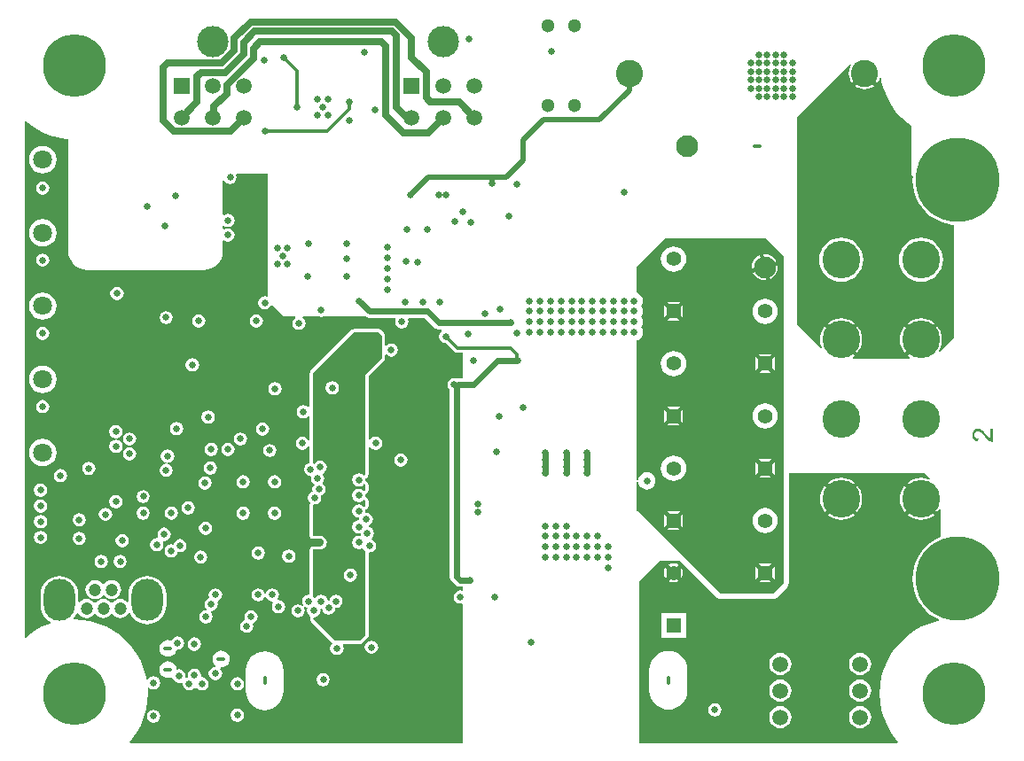
<source format=gbr>
%TF.GenerationSoftware,Altium Limited,Altium Designer,22.0.2 (36)*%
G04 Layer_Physical_Order=2*
G04 Layer_Color=36540*
%FSLAX45Y45*%
%MOMM*%
%TF.SameCoordinates,8084254D-3EA1-499E-96B0-688E0DB6412D*%
%TF.FilePolarity,Positive*%
%TF.FileFunction,Copper,L2,Inr,Signal*%
%TF.Part,Single*%
G01*
G75*
%TA.AperFunction,Conductor*%
%ADD16C,0.30000*%
%ADD17C,0.70000*%
%ADD18C,0.60000*%
%TA.AperFunction,ComponentPad*%
%ADD21C,1.80000*%
%ADD22C,1.40000*%
%ADD23R,1.40000X1.40000*%
%ADD24C,1.20000*%
%ADD25O,3.00000X4.00000*%
%ADD26O,0.80000X0.40000*%
%ADD27C,0.65000*%
%ADD28C,8.00000*%
%ADD29C,3.60000*%
%ADD30C,2.60000*%
%ADD31C,2.10000*%
%ADD32C,2.99999*%
%ADD33R,1.52000X1.52000*%
%ADD34C,1.52000*%
%ADD35C,1.50000*%
%ADD36C,1.30000*%
%TA.AperFunction,ViaPad*%
%ADD37C,6.00000*%
%TA.AperFunction,WasherPad*%
%ADD38O,0.40000X0.80000*%
%ADD39O,0.80000X0.40000*%
%TA.AperFunction,ViaPad*%
%ADD40C,0.65000*%
%TA.AperFunction,Conductor*%
%ADD41C,0.50000*%
G36*
X59747Y5947940D02*
X124327Y5902119D01*
X193630Y5863816D01*
X266786Y5833514D01*
X342876Y5811593D01*
X420941Y5798329D01*
X444130Y5797027D01*
Y4725000D01*
X447605Y4689714D01*
X457898Y4655784D01*
X474612Y4624514D01*
X497105Y4597105D01*
X524514Y4574612D01*
X555784Y4557897D01*
X589714Y4547605D01*
X625001Y4544129D01*
X1740000D01*
X1775287Y4547605D01*
X1809217Y4557897D01*
X1840487Y4574612D01*
X1867895Y4597105D01*
X1890389Y4624514D01*
X1907103Y4655784D01*
X1917396Y4689714D01*
X1920871Y4725000D01*
Y4822385D01*
X1933571Y4829173D01*
X1945614Y4821126D01*
X1970000Y4816276D01*
X1994387Y4821126D01*
X2015060Y4834940D01*
X2028874Y4855614D01*
X2033725Y4880000D01*
X2028874Y4904386D01*
X2015060Y4925060D01*
X1994387Y4938874D01*
X1970000Y4943725D01*
X1945614Y4938874D01*
X1933571Y4930827D01*
X1920871Y4937616D01*
Y4962385D01*
X1933571Y4969173D01*
X1945614Y4961126D01*
X1970000Y4956276D01*
X1994387Y4961126D01*
X2015060Y4974940D01*
X2028874Y4995614D01*
X2033725Y5020000D01*
X2028874Y5044386D01*
X2015060Y5065060D01*
X1994387Y5078874D01*
X1970000Y5083725D01*
X1945614Y5078874D01*
X1933571Y5070827D01*
X1920871Y5077616D01*
Y5398102D01*
X1933571Y5401955D01*
X1944940Y5384940D01*
X1965614Y5371126D01*
X1990000Y5366276D01*
X2014387Y5371126D01*
X2035060Y5384940D01*
X2048874Y5405614D01*
X2053725Y5430000D01*
X2048874Y5454386D01*
X2046507Y5457929D01*
X2052494Y5469129D01*
X2352079D01*
Y4297846D01*
X2339378Y4289870D01*
X2320000Y4293725D01*
X2295614Y4288874D01*
X2274940Y4275060D01*
X2261127Y4254386D01*
X2256276Y4230000D01*
X2261127Y4205614D01*
X2274940Y4184940D01*
X2295614Y4171126D01*
X2320000Y4166276D01*
X2344387Y4171126D01*
X2365061Y4184940D01*
X2378726Y4205392D01*
X2380039Y4207330D01*
X2392488Y4209591D01*
X2502079Y4100000D01*
X2610156D01*
X2614008Y4087300D01*
X2603602Y4080347D01*
X2589789Y4059673D01*
X2584938Y4035287D01*
X2589789Y4010901D01*
X2603602Y3990227D01*
X2624276Y3976413D01*
X2648662Y3971563D01*
X2673049Y3976413D01*
X2693723Y3990227D01*
X2707536Y4010901D01*
X2712387Y4035287D01*
X2707536Y4059673D01*
X2693723Y4080347D01*
X2683316Y4087300D01*
X2687169Y4100000D01*
X2841274D01*
X2860000Y4096276D01*
X2878727Y4100000D01*
X3286833Y4100000D01*
X3296590Y4093481D01*
X3320000Y4088825D01*
X3567303D01*
X3573290Y4077624D01*
X3571126Y4074386D01*
X3566276Y4050000D01*
X3571126Y4025614D01*
X3584940Y4004940D01*
X3605614Y3991126D01*
X3630000Y3986275D01*
X3654387Y3991126D01*
X3675060Y4004940D01*
X3688874Y4025614D01*
X3693725Y4050000D01*
X3688874Y4074386D01*
X3686711Y4077624D01*
X3692698Y4088825D01*
X3844661D01*
X3936743Y3996743D01*
X3956589Y3983481D01*
X3980000Y3978825D01*
X4010011D01*
X4012860Y3974799D01*
X4009788Y3958299D01*
X4004940Y3955060D01*
X3991127Y3934386D01*
X3986276Y3910000D01*
X3991127Y3885614D01*
X4004940Y3864940D01*
X4025614Y3851126D01*
X4048550Y3846564D01*
X4127557Y3767557D01*
X4142442Y3757611D01*
X4160001Y3754118D01*
X4210000D01*
Y3511176D01*
X4170000D01*
X4155314Y3508254D01*
X4154387Y3508874D01*
X4130000Y3513725D01*
X4105614Y3508874D01*
X4084940Y3495060D01*
X4071126Y3474386D01*
X4066276Y3450000D01*
X4071126Y3425614D01*
X4084940Y3404940D01*
X4088825Y3402344D01*
Y1615147D01*
X4093482Y1591736D01*
X4106743Y1571890D01*
X4141890Y1536743D01*
X4161737Y1523481D01*
X4185148Y1518825D01*
X4210000D01*
Y1489756D01*
X4200183Y1481699D01*
X4190001Y1483725D01*
X4165614Y1478874D01*
X4144940Y1465060D01*
X4131127Y1444386D01*
X4126276Y1420000D01*
X4131127Y1395614D01*
X4144940Y1374940D01*
X4165614Y1361126D01*
X4190001Y1356276D01*
X4200183Y1358301D01*
X4210000Y1350244D01*
Y25488D01*
X1036991D01*
X1031804Y37081D01*
X1052060Y59747D01*
X1097881Y124327D01*
X1136184Y193630D01*
X1166486Y266786D01*
X1188407Y342876D01*
X1201671Y420941D01*
X1206111Y500000D01*
X1203245Y551031D01*
X1206746Y552201D01*
X1215777Y554381D01*
X1235614Y541126D01*
X1260001Y536276D01*
X1284387Y541126D01*
X1305061Y554940D01*
X1318874Y575614D01*
X1323725Y600000D01*
X1318874Y624386D01*
X1305061Y645060D01*
X1284387Y658874D01*
X1260001Y663725D01*
X1235614Y658874D01*
X1214940Y645060D01*
X1205691Y631217D01*
X1192324Y634072D01*
X1188407Y657124D01*
X1166486Y733214D01*
X1136184Y806370D01*
X1097881Y875673D01*
X1052060Y940253D01*
X999296Y999296D01*
X940253Y1052060D01*
X875673Y1097881D01*
X806370Y1136184D01*
X733214Y1166486D01*
X657124Y1188407D01*
X579059Y1201671D01*
X500000Y1206111D01*
X499377Y1206076D01*
X493097Y1218443D01*
X510389Y1239514D01*
X525965Y1268654D01*
X533096Y1269761D01*
X539722Y1268630D01*
X541386Y1264612D01*
X555812Y1245811D01*
X574613Y1231385D01*
X596506Y1222317D01*
X620001Y1219224D01*
X643496Y1222317D01*
X665389Y1231385D01*
X684189Y1245811D01*
X691997Y1255986D01*
X708005D01*
X715812Y1245811D01*
X734613Y1231385D01*
X756506Y1222317D01*
X780001Y1219224D01*
X803495Y1222317D01*
X825389Y1231385D01*
X844189Y1245811D01*
X851997Y1255986D01*
X868005D01*
X875812Y1245811D01*
X894612Y1231385D01*
X916506Y1222317D01*
X940001Y1219224D01*
X963495Y1222317D01*
X985389Y1231385D01*
X1004189Y1245811D01*
X1018615Y1264612D01*
X1020280Y1268630D01*
X1026906Y1269761D01*
X1034036Y1268654D01*
X1049612Y1239514D01*
X1072106Y1212105D01*
X1099514Y1189612D01*
X1130784Y1172897D01*
X1164714Y1162605D01*
X1200001Y1159129D01*
X1235287Y1162605D01*
X1269217Y1172897D01*
X1300487Y1189612D01*
X1327896Y1212105D01*
X1350389Y1239514D01*
X1367103Y1270784D01*
X1377396Y1304714D01*
X1380872Y1340000D01*
Y1440000D01*
X1377396Y1475286D01*
X1367103Y1509216D01*
X1350389Y1540486D01*
X1327896Y1567895D01*
X1300487Y1590388D01*
X1269217Y1607103D01*
X1235287Y1617395D01*
X1200001Y1620871D01*
X1164714Y1617395D01*
X1130784Y1607103D01*
X1099514Y1590388D01*
X1072106Y1567895D01*
X1049612Y1540486D01*
X1032898Y1509216D01*
X1022605Y1475286D01*
X1019130Y1440000D01*
Y1375580D01*
X1006430Y1371269D01*
X1004189Y1374189D01*
X985389Y1388614D01*
X963495Y1397683D01*
X940001Y1400776D01*
X916506Y1397683D01*
X894612Y1388614D01*
X875812Y1374189D01*
X868005Y1364014D01*
X851997D01*
X844189Y1374189D01*
X825389Y1388614D01*
X803495Y1397683D01*
X780001Y1400776D01*
X756506Y1397683D01*
X734613Y1388614D01*
X715812Y1374189D01*
X708005Y1364014D01*
X691997D01*
X684189Y1374189D01*
X665389Y1388614D01*
X643496Y1397683D01*
X620001Y1400776D01*
X596506Y1397683D01*
X574613Y1388614D01*
X555812Y1374189D01*
X553572Y1371269D01*
X540872Y1375580D01*
Y1440000D01*
X537396Y1475286D01*
X527104Y1509216D01*
X510389Y1540486D01*
X487896Y1567895D01*
X460487Y1590388D01*
X429217Y1607103D01*
X395287Y1617395D01*
X360001Y1620871D01*
X324715Y1617395D01*
X290785Y1607103D01*
X259514Y1590388D01*
X232106Y1567895D01*
X209612Y1540486D01*
X192898Y1509216D01*
X182605Y1475286D01*
X179130Y1440000D01*
Y1340000D01*
X182605Y1304714D01*
X192898Y1270784D01*
X209612Y1239514D01*
X232106Y1212105D01*
X259514Y1189612D01*
X275287Y1181181D01*
X273954Y1168551D01*
X266786Y1166486D01*
X193630Y1136184D01*
X124327Y1097881D01*
X59747Y1052060D01*
X37081Y1031804D01*
X25488Y1036991D01*
Y5963009D01*
X37081Y5968196D01*
X59747Y5947940D01*
D02*
G37*
G36*
X7922353Y6504392D02*
X7910748Y6482680D01*
X7902171Y6454405D01*
X7899275Y6425000D01*
X7902171Y6395595D01*
X7910748Y6367320D01*
X7924677Y6341261D01*
X7930672Y6333956D01*
X8035858Y6439142D01*
X8050000Y6425000D01*
X8064143Y6439142D01*
X8169329Y6333956D01*
X8175324Y6341261D01*
X8189253Y6367320D01*
X8192653Y6378530D01*
X8205675Y6377707D01*
X8211593Y6342876D01*
X8233514Y6266786D01*
X8263817Y6193630D01*
X8302120Y6124327D01*
X8347941Y6059747D01*
X8400705Y6000704D01*
X8459748Y5947940D01*
X8500001Y5919380D01*
Y5450000D01*
X8510349Y5439651D01*
X8508078Y5405000D01*
X8511765Y5348753D01*
X8522761Y5293469D01*
X8540880Y5240093D01*
X8565811Y5189539D01*
X8597127Y5142671D01*
X8634293Y5100292D01*
X8676672Y5063126D01*
X8723539Y5031810D01*
X8774094Y5006880D01*
X8827470Y4988761D01*
X8882754Y4977764D01*
X8900000Y4976634D01*
X8900000Y3900000D01*
X8767525Y3767524D01*
X8757212Y3775173D01*
X8772671Y3804093D01*
X8784107Y3841793D01*
X8787968Y3881000D01*
X8784107Y3920207D01*
X8772671Y3957907D01*
X8754099Y3992652D01*
X8741856Y4007570D01*
X8601143Y3866858D01*
X8460430Y3726145D01*
X8475349Y3713902D01*
X8478309Y3712320D01*
X8475223Y3700000D01*
X7936778Y3700000D01*
X7933692Y3712319D01*
X7936652Y3713902D01*
X7951571Y3726145D01*
X7810859Y3866858D01*
X7670146Y4007571D01*
X7657902Y3992652D01*
X7639331Y3957907D01*
X7627895Y3920207D01*
X7624033Y3881000D01*
X7627895Y3841793D01*
X7639331Y3804093D01*
X7639863Y3803098D01*
X7629550Y3795450D01*
X7400000Y4025000D01*
X7400000Y6000000D01*
X7912041Y6512040D01*
X7922353Y6504392D01*
D02*
G37*
G36*
X8672550Y2552451D02*
X8664902Y2542138D01*
X8663907Y2542670D01*
X8626208Y2554106D01*
X8587001Y2557968D01*
X8547794Y2554106D01*
X8510094Y2542670D01*
X8475349Y2524099D01*
X8460430Y2511855D01*
X8601143Y2371142D01*
X8741856Y2230430D01*
X8754099Y2245349D01*
X8762300Y2260692D01*
X8775000Y2257511D01*
Y1993428D01*
X8774094Y1993120D01*
X8723539Y1968190D01*
X8676672Y1936874D01*
X8634293Y1899708D01*
X8597127Y1857329D01*
X8565811Y1810461D01*
X8540880Y1759907D01*
X8522761Y1706531D01*
X8511765Y1651247D01*
X8508078Y1595000D01*
X8511765Y1538753D01*
X8522761Y1483469D01*
X8540880Y1430093D01*
X8565811Y1379539D01*
X8597127Y1332671D01*
X8634293Y1290292D01*
X8676672Y1253126D01*
X8723539Y1221810D01*
X8759444Y1204104D01*
X8757516Y1190894D01*
X8742876Y1188407D01*
X8666787Y1166486D01*
X8593631Y1136184D01*
X8524327Y1097881D01*
X8459748Y1052060D01*
X8400705Y999296D01*
X8347941Y940253D01*
X8302120Y875673D01*
X8263817Y806370D01*
X8233514Y733214D01*
X8211593Y657124D01*
X8198330Y579059D01*
X8193890Y500000D01*
X8198330Y420941D01*
X8211593Y342876D01*
X8233514Y266786D01*
X8263817Y193630D01*
X8302120Y124327D01*
X8347941Y59747D01*
X8368197Y37081D01*
X8363009Y25488D01*
X5900000D01*
Y1575000D01*
X6095001Y1770001D01*
X6282904Y1770001D01*
X6638952Y1413952D01*
X6655491Y1402901D01*
X6675000Y1399021D01*
X7175000D01*
X7194510Y1402901D01*
X7211048Y1413952D01*
X7311048Y1513952D01*
X7322099Y1530491D01*
X7325980Y1550000D01*
Y2600863D01*
X8624138Y2600863D01*
X8672550Y2552451D01*
D02*
G37*
G36*
X7275000Y4675000D02*
Y1550000D01*
X7175000Y1450000D01*
X6675000D01*
X5874999Y2250000D01*
Y2522248D01*
X5887700Y2523081D01*
X5889624Y2508463D01*
X5897937Y2488394D01*
X5911161Y2471160D01*
X5928395Y2457936D01*
X5948464Y2449623D01*
X5970001Y2446788D01*
X5991537Y2449623D01*
X6011606Y2457936D01*
X6028840Y2471160D01*
X6042064Y2488394D01*
X6050377Y2508463D01*
X6053212Y2530000D01*
X6050377Y2551537D01*
X6042064Y2571606D01*
X6028840Y2588840D01*
X6011606Y2602064D01*
X5991537Y2610377D01*
X5970001Y2613212D01*
X5948464Y2610377D01*
X5928395Y2602064D01*
X5911161Y2588840D01*
X5897937Y2571606D01*
X5889624Y2551537D01*
X5887700Y2536920D01*
X5874999Y2537752D01*
X5875000Y3871058D01*
X5891606Y3877937D01*
X5908840Y3891161D01*
X5922064Y3908394D01*
X5930377Y3928463D01*
X5933212Y3950000D01*
X5930377Y3971537D01*
X5922064Y3991606D01*
X5915623Y4000000D01*
X5922064Y4008394D01*
X5930377Y4028463D01*
X5933212Y4050000D01*
X5930377Y4071537D01*
X5922064Y4091606D01*
X5915623Y4100000D01*
X5922064Y4108394D01*
X5930377Y4128463D01*
X5933212Y4150000D01*
X5930377Y4171537D01*
X5922064Y4191606D01*
X5915623Y4200000D01*
X5922064Y4208394D01*
X5930377Y4228463D01*
X5933212Y4250000D01*
X5930377Y4271537D01*
X5922064Y4291606D01*
X5908840Y4308840D01*
X5891606Y4322064D01*
X5875000Y4328942D01*
Y4575000D01*
X6150000Y4850000D01*
X7100000D01*
X7275000Y4675000D01*
D02*
G37*
G36*
X9271473Y2901563D02*
X9271196D01*
X9270085D01*
X9268419D01*
X9266198Y2901840D01*
X9263700Y2902118D01*
X9260924Y2902673D01*
X9258147Y2903228D01*
X9255094Y2904339D01*
X9254816D01*
X9254538Y2904616D01*
X9252873Y2905172D01*
X9250374Y2906282D01*
X9247042Y2907948D01*
X9243156Y2910169D01*
X9238714Y2912945D01*
X9234272Y2915999D01*
X9229552Y2919886D01*
X9229275D01*
X9228997Y2920441D01*
X9227331Y2921829D01*
X9224833Y2924328D01*
X9221224Y2927937D01*
X9217059Y2932101D01*
X9212062Y2937376D01*
X9206510Y2943761D01*
X9200680Y2950702D01*
X9200402Y2950979D01*
X9199569Y2952090D01*
X9198181Y2953756D01*
X9196515Y2955699D01*
X9194294Y2958198D01*
X9191796Y2961251D01*
X9189019Y2964305D01*
X9185966Y2967914D01*
X9179303Y2974855D01*
X9172640Y2981795D01*
X9169308Y2985127D01*
X9165977Y2988181D01*
X9162923Y2990957D01*
X9159869Y2993178D01*
X9159592D01*
X9159314Y2993733D01*
X9158481Y2994288D01*
X9157371Y2994844D01*
X9154317Y2996787D01*
X9150708Y2999008D01*
X9146266Y3000951D01*
X9141546Y3002895D01*
X9136271Y3004005D01*
X9131274Y3004560D01*
X9130996D01*
X9130719D01*
X9129053Y3004283D01*
X9126277Y3004005D01*
X9123223Y3003172D01*
X9119336Y3002062D01*
X9115450Y3000118D01*
X9111563Y2997620D01*
X9107676Y2994288D01*
X9107121Y2993733D01*
X9106010Y2992345D01*
X9104622Y2990402D01*
X9102679Y2987348D01*
X9101013Y2983461D01*
X9099348Y2979019D01*
X9098237Y2973744D01*
X9097959Y2967914D01*
Y2966249D01*
X9098237Y2965138D01*
X9098515Y2961807D01*
X9099348Y2957920D01*
X9100458Y2953756D01*
X9102401Y2949036D01*
X9104900Y2944594D01*
X9108231Y2940430D01*
X9108787Y2939874D01*
X9110175Y2938764D01*
X9112396Y2937098D01*
X9115727Y2935433D01*
X9119614Y2933489D01*
X9124611Y2931823D01*
X9130164Y2930713D01*
X9136549Y2930158D01*
X9134050Y2906005D01*
X9133773D01*
X9132940Y2906282D01*
X9131552D01*
X9129608Y2906560D01*
X9127387Y2907115D01*
X9124889Y2907670D01*
X9121835Y2908503D01*
X9118781Y2909336D01*
X9112118Y2911557D01*
X9105455Y2914889D01*
X9102124Y2916832D01*
X9098792Y2919330D01*
X9095738Y2921829D01*
X9092962Y2924605D01*
X9092685Y2924883D01*
X9092407Y2925438D01*
X9091574Y2926271D01*
X9090741Y2927659D01*
X9089631Y2929325D01*
X9088520Y2931268D01*
X9087132Y2933489D01*
X9085744Y2936265D01*
X9084356Y2939319D01*
X9082968Y2942651D01*
X9081857Y2946260D01*
X9080747Y2950146D01*
X9079914Y2954311D01*
X9079081Y2958753D01*
X9078804Y2963472D01*
X9078526Y2968470D01*
Y2971246D01*
X9078804Y2973189D01*
X9079081Y2975410D01*
X9079359Y2978186D01*
X9079914Y2981240D01*
X9080469Y2984294D01*
X9082413Y2991512D01*
X9085189Y2998730D01*
X9086855Y3002339D01*
X9088798Y3005949D01*
X9091297Y3009280D01*
X9094073Y3012334D01*
X9094350Y3012611D01*
X9094628Y3013167D01*
X9095738Y3013722D01*
X9096849Y3014832D01*
X9098237Y3016221D01*
X9100180Y3017609D01*
X9102124Y3018997D01*
X9104622Y3020662D01*
X9109897Y3023439D01*
X9116560Y3026215D01*
X9119892Y3027325D01*
X9123778Y3027881D01*
X9127665Y3028436D01*
X9131829Y3028714D01*
X9132385D01*
X9133773D01*
X9135994Y3028436D01*
X9139048Y3028158D01*
X9142379Y3027603D01*
X9146266Y3026493D01*
X9150430Y3025382D01*
X9154594Y3023716D01*
X9155150Y3023439D01*
X9156538Y3022883D01*
X9158759Y3021773D01*
X9161813Y3020107D01*
X9165144Y3017886D01*
X9169308Y3015110D01*
X9173473Y3011779D01*
X9178192Y3007892D01*
X9178747Y3007337D01*
X9180413Y3005949D01*
X9181801Y3004560D01*
X9183189Y3003172D01*
X9184855Y3001507D01*
X9187076Y2999286D01*
X9189297Y2997065D01*
X9191796Y2994288D01*
X9194572Y2991512D01*
X9197626Y2988181D01*
X9200680Y2984572D01*
X9204289Y2980685D01*
X9207898Y2976243D01*
X9211784Y2971801D01*
X9212062Y2971523D01*
X9212617Y2970968D01*
X9213450Y2969858D01*
X9214561Y2968470D01*
X9216226Y2966804D01*
X9217892Y2964860D01*
X9221501Y2960419D01*
X9225666Y2955699D01*
X9229830Y2951257D01*
X9233439Y2947370D01*
X9234827Y2945705D01*
X9236215Y2944316D01*
X9236493Y2944039D01*
X9237326Y2943206D01*
X9238436Y2942095D01*
X9240102Y2940707D01*
X9242045Y2939319D01*
X9243989Y2937654D01*
X9248708Y2934322D01*
Y3028991D01*
X9271473D01*
Y2901563D01*
D02*
G37*
%LPC*%
G36*
X200000Y5731122D02*
X166064Y5726654D01*
X134439Y5713555D01*
X107283Y5692717D01*
X86446Y5665561D01*
X73347Y5633937D01*
X68879Y5600000D01*
X73347Y5566064D01*
X86446Y5534439D01*
X107283Y5507283D01*
X134439Y5486445D01*
X166064Y5473346D01*
X200000Y5468879D01*
X233937Y5473346D01*
X265561Y5486445D01*
X292717Y5507283D01*
X313555Y5534439D01*
X326654Y5566064D01*
X331122Y5600000D01*
X326654Y5633937D01*
X313555Y5665561D01*
X292717Y5692717D01*
X265561Y5713555D01*
X233937Y5726654D01*
X200000Y5731122D01*
D02*
G37*
G36*
Y5393725D02*
X175614Y5388874D01*
X154940Y5375060D01*
X141126Y5354386D01*
X136276Y5330000D01*
X141126Y5305614D01*
X154940Y5284940D01*
X175614Y5271126D01*
X200000Y5266275D01*
X224387Y5271126D01*
X245060Y5284940D01*
X258874Y5305614D01*
X263725Y5330000D01*
X258874Y5354386D01*
X245060Y5375060D01*
X224387Y5388874D01*
X200000Y5393725D01*
D02*
G37*
G36*
Y5031122D02*
X166064Y5026654D01*
X134439Y5013555D01*
X107283Y4992717D01*
X86446Y4965561D01*
X73347Y4933937D01*
X68879Y4900000D01*
X73347Y4866063D01*
X86446Y4834439D01*
X107283Y4807283D01*
X134439Y4786445D01*
X166064Y4773346D01*
X200000Y4768878D01*
X233937Y4773346D01*
X265561Y4786445D01*
X292717Y4807283D01*
X313555Y4834439D01*
X326654Y4866063D01*
X331122Y4900000D01*
X326654Y4933937D01*
X313555Y4965561D01*
X292717Y4992717D01*
X265561Y5013555D01*
X233937Y5026654D01*
X200000Y5031122D01*
D02*
G37*
G36*
Y4703725D02*
X175614Y4698874D01*
X154940Y4685060D01*
X141126Y4664386D01*
X136276Y4640000D01*
X141126Y4615614D01*
X154940Y4594940D01*
X175614Y4581126D01*
X200000Y4576276D01*
X224387Y4581126D01*
X245060Y4594940D01*
X258874Y4615614D01*
X263725Y4640000D01*
X258874Y4664386D01*
X245060Y4685060D01*
X224387Y4698874D01*
X200000Y4703725D01*
D02*
G37*
G36*
X910000Y4383725D02*
X885614Y4378874D01*
X864940Y4365060D01*
X851127Y4344386D01*
X846276Y4320000D01*
X851127Y4295614D01*
X864940Y4274940D01*
X885614Y4261126D01*
X910000Y4256275D01*
X934387Y4261126D01*
X955061Y4274940D01*
X968874Y4295614D01*
X973725Y4320000D01*
X968874Y4344386D01*
X955061Y4365060D01*
X934387Y4378874D01*
X910000Y4383725D01*
D02*
G37*
G36*
X200000Y4331122D02*
X166064Y4326654D01*
X134440Y4313555D01*
X107283Y4292717D01*
X86446Y4265561D01*
X73347Y4233937D01*
X68879Y4200000D01*
X73347Y4166064D01*
X86446Y4134440D01*
X107283Y4107283D01*
X134440Y4086445D01*
X166064Y4073346D01*
X200000Y4068879D01*
X233937Y4073346D01*
X265561Y4086445D01*
X292717Y4107283D01*
X313555Y4134440D01*
X326654Y4166064D01*
X331122Y4200000D01*
X326654Y4233937D01*
X313555Y4265561D01*
X292717Y4292717D01*
X265561Y4313555D01*
X233937Y4326654D01*
X200000Y4331122D01*
D02*
G37*
G36*
X1380000Y4153725D02*
X1355614Y4148874D01*
X1334940Y4135060D01*
X1321126Y4114386D01*
X1316276Y4090000D01*
X1321126Y4065614D01*
X1334940Y4044940D01*
X1355614Y4031126D01*
X1380000Y4026276D01*
X1404387Y4031126D01*
X1425060Y4044940D01*
X1438874Y4065614D01*
X1443725Y4090000D01*
X1438874Y4114386D01*
X1425060Y4135060D01*
X1404387Y4148874D01*
X1380000Y4153725D01*
D02*
G37*
G36*
X2240000Y4123725D02*
X2215614Y4118874D01*
X2194940Y4105060D01*
X2181126Y4084386D01*
X2176275Y4060000D01*
X2181126Y4035614D01*
X2194940Y4014940D01*
X2215614Y4001126D01*
X2240000Y3996275D01*
X2264386Y4001126D01*
X2285060Y4014940D01*
X2298874Y4035614D01*
X2303724Y4060000D01*
X2298874Y4084386D01*
X2285060Y4105060D01*
X2264386Y4118874D01*
X2240000Y4123725D01*
D02*
G37*
G36*
X1690000D02*
X1665614Y4118874D01*
X1644940Y4105060D01*
X1631126Y4084386D01*
X1626275Y4060000D01*
X1631126Y4035614D01*
X1644940Y4014940D01*
X1665614Y4001126D01*
X1690000Y3996275D01*
X1714386Y4001126D01*
X1735060Y4014940D01*
X1748874Y4035614D01*
X1753724Y4060000D01*
X1748874Y4084386D01*
X1735060Y4105060D01*
X1714386Y4118874D01*
X1690000Y4123725D01*
D02*
G37*
G36*
X200000Y4003725D02*
X175614Y3998874D01*
X154940Y3985060D01*
X141126Y3964386D01*
X136276Y3940000D01*
X141126Y3915614D01*
X154940Y3894940D01*
X175614Y3881126D01*
X200000Y3876275D01*
X224387Y3881126D01*
X245060Y3894940D01*
X258874Y3915614D01*
X263725Y3940000D01*
X258874Y3964386D01*
X245060Y3985060D01*
X224387Y3998874D01*
X200000Y4003725D01*
D02*
G37*
G36*
X3410000Y3980588D02*
X3409999Y3980588D01*
X3170001D01*
X3158295Y3978260D01*
X3148372Y3971629D01*
X2758372Y3581629D01*
X2751741Y3571706D01*
X2749413Y3560000D01*
X2749413Y3559999D01*
Y3236440D01*
X2736713Y3232588D01*
X2735061Y3235060D01*
X2714387Y3248874D01*
X2690000Y3253725D01*
X2665614Y3248874D01*
X2644940Y3235060D01*
X2631127Y3214387D01*
X2626276Y3190000D01*
X2631127Y3165614D01*
X2644940Y3144940D01*
X2665614Y3131126D01*
X2690000Y3126276D01*
X2714387Y3131126D01*
X2735061Y3144940D01*
X2736713Y3147413D01*
X2749413Y3143560D01*
Y2921474D01*
X2736713Y2917622D01*
X2725061Y2935060D01*
X2704387Y2948874D01*
X2680000Y2953725D01*
X2655614Y2948874D01*
X2634940Y2935060D01*
X2621127Y2914386D01*
X2616276Y2890000D01*
X2621127Y2865614D01*
X2634940Y2844940D01*
X2655614Y2831126D01*
X2680000Y2826276D01*
X2704387Y2831126D01*
X2725061Y2844940D01*
X2736713Y2862379D01*
X2749413Y2858526D01*
Y2701621D01*
X2735602Y2698874D01*
X2714928Y2685061D01*
X2701114Y2664387D01*
X2696264Y2640001D01*
X2701114Y2615614D01*
X2714928Y2594940D01*
X2735602Y2581127D01*
X2757140Y2576843D01*
X2760016Y2576227D01*
X2766679Y2564658D01*
X2763764Y2550000D01*
X2768614Y2525614D01*
X2782428Y2504940D01*
X2794940Y2496580D01*
Y2495060D01*
X2781126Y2474386D01*
X2776276Y2450000D01*
X2780198Y2430283D01*
X2773114Y2428874D01*
X2752440Y2415060D01*
X2738626Y2394386D01*
X2733776Y2370000D01*
X2738626Y2345614D01*
X2752440Y2324940D01*
X2753025Y2314166D01*
X2752584Y2312714D01*
X2751741Y2311452D01*
X2750865Y2307047D01*
X2749560Y2302745D01*
X2749709Y2301234D01*
X2749413Y2299747D01*
Y2005561D01*
X2751741Y1993856D01*
X2758372Y1983932D01*
X2768295Y1977302D01*
X2780001Y1974973D01*
X2845495D01*
X2856484Y1973526D01*
X2864855Y1970059D01*
X2872043Y1964543D01*
X2877559Y1957355D01*
X2881026Y1948984D01*
X2882209Y1940000D01*
X2881026Y1931017D01*
X2877559Y1922645D01*
X2872044Y1915458D01*
X2864855Y1909941D01*
X2856484Y1906474D01*
X2845495Y1905027D01*
X2780001D01*
X2768295Y1902699D01*
X2758372Y1896068D01*
X2751741Y1886145D01*
X2749413Y1874439D01*
Y1451463D01*
X2739989Y1443729D01*
X2715603Y1438878D01*
X2694929Y1425064D01*
X2681115Y1404391D01*
X2676264Y1380004D01*
X2681115Y1355618D01*
X2687338Y1346305D01*
X2678181Y1337149D01*
X2664375Y1346374D01*
X2639989Y1351225D01*
X2615603Y1346374D01*
X2594929Y1332560D01*
X2581115Y1311886D01*
X2576265Y1287500D01*
X2581115Y1263114D01*
X2594929Y1242440D01*
X2615603Y1228626D01*
X2639989Y1223776D01*
X2664375Y1228626D01*
X2685049Y1242440D01*
X2698863Y1263114D01*
X2703714Y1287500D01*
X2698863Y1311886D01*
X2692641Y1321199D01*
X2701797Y1330355D01*
X2715603Y1321130D01*
X2729465Y1318373D01*
X2731115Y1314391D01*
X2726264Y1290005D01*
X2731115Y1265618D01*
X2744929Y1244944D01*
X2750711Y1241081D01*
X2755615Y1229211D01*
X2754794Y1225753D01*
X2753430Y1222470D01*
X2753428Y1220001D01*
X2752857Y1217600D01*
X2752506Y1208053D01*
X2752596Y1207490D01*
X2752485Y1206928D01*
X2753543Y1201610D01*
X2754402Y1196270D01*
X2754702Y1195783D01*
X2754813Y1195222D01*
X2757822Y1190720D01*
X2760663Y1186109D01*
X2761126Y1185774D01*
X2761444Y1185299D01*
X2959826Y986917D01*
X2964940Y975060D01*
X2960706Y968723D01*
X2951127Y954386D01*
X2946276Y930000D01*
X2951127Y905614D01*
X2964940Y884940D01*
X2985614Y871126D01*
X3010001Y866276D01*
X3034387Y871126D01*
X3055061Y884940D01*
X3068874Y905614D01*
X3073725Y930000D01*
X3068874Y954386D01*
X3066318Y958212D01*
X3072305Y969412D01*
X3229999D01*
X3230000Y969412D01*
X3241706Y971741D01*
X3251629Y978371D01*
X3301629Y1028371D01*
X3308260Y1038295D01*
X3310588Y1050000D01*
X3310588Y1050001D01*
Y1838564D01*
X3319988Y1846279D01*
X3344374Y1851129D01*
X3365048Y1864943D01*
X3378862Y1885617D01*
X3383712Y1910003D01*
X3378862Y1934390D01*
X3365048Y1955063D01*
X3344374Y1968877D01*
X3342653Y1969220D01*
X3340175Y1981675D01*
X3345061Y1984940D01*
X3358874Y2005614D01*
X3363725Y2030000D01*
X3358874Y2054386D01*
X3345061Y2075060D01*
X3324387Y2088874D01*
X3318825Y2089980D01*
X3318616Y2090504D01*
X3317484Y2103196D01*
X3335061Y2114940D01*
X3348874Y2135614D01*
X3353725Y2160000D01*
X3348874Y2184386D01*
X3335061Y2205060D01*
X3314387Y2218874D01*
X3290773Y2223571D01*
X3282437Y2233524D01*
X3283725Y2240000D01*
X3280962Y2253889D01*
X3288880Y2256291D01*
X3290217Y2257006D01*
X3291706Y2257302D01*
X3295443Y2259799D01*
X3299405Y2261917D01*
X3300367Y2263089D01*
X3301629Y2263932D01*
X3304126Y2267669D01*
X3306976Y2271142D01*
X3307417Y2272595D01*
X3308260Y2273856D01*
X3309136Y2278262D01*
X3310441Y2282563D01*
X3310292Y2284073D01*
X3310588Y2285561D01*
X3310588Y2344439D01*
X3310292Y2345927D01*
X3310440Y2347437D01*
X3309136Y2351737D01*
X3308259Y2356144D01*
X3307417Y2357405D01*
X3306976Y2358858D01*
X3304125Y2362332D01*
X3301629Y2366068D01*
X3300367Y2366911D01*
X3299405Y2368083D01*
X3295442Y2370202D01*
X3291705Y2372698D01*
X3290218Y2372994D01*
X3288880Y2373710D01*
X3280962Y2376111D01*
X3283725Y2390000D01*
X3280962Y2403889D01*
X3288880Y2406291D01*
X3290218Y2407006D01*
X3291705Y2407302D01*
X3295442Y2409798D01*
X3299405Y2411917D01*
X3300367Y2413089D01*
X3301629Y2413932D01*
X3304125Y2417669D01*
X3306976Y2421142D01*
X3307417Y2422595D01*
X3308259Y2423856D01*
X3309136Y2428262D01*
X3310440Y2432563D01*
X3310292Y2434073D01*
X3310588Y2435561D01*
Y2494440D01*
X3310292Y2495928D01*
X3310440Y2497438D01*
X3309136Y2501739D01*
X3308259Y2506145D01*
X3307417Y2507406D01*
X3306976Y2508859D01*
X3304125Y2512332D01*
X3301629Y2516068D01*
X3300367Y2516912D01*
X3299404Y2518084D01*
X3295442Y2520202D01*
X3291705Y2522699D01*
X3290218Y2522995D01*
X3288879Y2523710D01*
X3280962Y2526112D01*
X3283725Y2540000D01*
X3280962Y2553888D01*
X3288879Y2556290D01*
X3290218Y2557005D01*
X3291705Y2557301D01*
X3295442Y2559798D01*
X3299404Y2561916D01*
X3300367Y2563088D01*
X3301629Y2563932D01*
X3304125Y2567668D01*
X3306976Y2571141D01*
X3307417Y2572594D01*
X3308259Y2573855D01*
X3309136Y2578261D01*
X3310440Y2582562D01*
X3310292Y2584072D01*
X3310588Y2585560D01*
Y2858526D01*
X3323288Y2862379D01*
X3334940Y2844940D01*
X3355614Y2831126D01*
X3380000Y2826276D01*
X3404387Y2831126D01*
X3425060Y2844940D01*
X3438874Y2865614D01*
X3443725Y2890000D01*
X3438874Y2914386D01*
X3425060Y2935060D01*
X3404387Y2948874D01*
X3380000Y2953725D01*
X3355614Y2948874D01*
X3334940Y2935060D01*
X3323288Y2917621D01*
X3310588Y2921474D01*
Y3527330D01*
X3461629Y3678371D01*
X3468260Y3688295D01*
X3470588Y3700000D01*
X3470588Y3700001D01*
Y3733560D01*
X3483288Y3737413D01*
X3484940Y3734940D01*
X3505614Y3721126D01*
X3530000Y3716276D01*
X3554387Y3721126D01*
X3575060Y3734940D01*
X3588874Y3755614D01*
X3593725Y3780000D01*
X3588874Y3804386D01*
X3575060Y3825060D01*
X3554387Y3838874D01*
X3530000Y3843725D01*
X3505614Y3838874D01*
X3484940Y3825060D01*
X3483288Y3822588D01*
X3470588Y3826440D01*
Y3920000D01*
X3468260Y3931705D01*
X3461629Y3941629D01*
X3431629Y3971629D01*
X3421706Y3978260D01*
X3410000Y3980588D01*
D02*
G37*
G36*
X1630000Y3703725D02*
X1605614Y3698874D01*
X1584940Y3685060D01*
X1571126Y3664386D01*
X1566276Y3640000D01*
X1571126Y3615614D01*
X1584940Y3594940D01*
X1605614Y3581126D01*
X1630000Y3576276D01*
X1654387Y3581126D01*
X1675060Y3594940D01*
X1688874Y3615614D01*
X1693725Y3640000D01*
X1688874Y3664386D01*
X1675060Y3685060D01*
X1654387Y3698874D01*
X1630000Y3703725D01*
D02*
G37*
G36*
X200000Y3631122D02*
X166064Y3626654D01*
X134440Y3613555D01*
X107283Y3592717D01*
X86446Y3565561D01*
X73347Y3533937D01*
X68879Y3500000D01*
X73347Y3466063D01*
X86446Y3434439D01*
X107283Y3407283D01*
X134440Y3386445D01*
X166064Y3373346D01*
X200000Y3368878D01*
X233937Y3373346D01*
X265561Y3386445D01*
X292717Y3407283D01*
X313555Y3434439D01*
X326654Y3466063D01*
X331122Y3500000D01*
X326654Y3533937D01*
X313555Y3565561D01*
X292717Y3592717D01*
X265561Y3613555D01*
X233937Y3626654D01*
X200000Y3631122D01*
D02*
G37*
G36*
X2420000Y3473725D02*
X2395614Y3468874D01*
X2374940Y3455060D01*
X2361127Y3434386D01*
X2356276Y3410000D01*
X2361127Y3385614D01*
X2374940Y3364940D01*
X2395614Y3351126D01*
X2420000Y3346276D01*
X2444387Y3351126D01*
X2465061Y3364940D01*
X2478874Y3385614D01*
X2483725Y3410000D01*
X2478874Y3434386D01*
X2465061Y3455060D01*
X2444387Y3468874D01*
X2420000Y3473725D01*
D02*
G37*
G36*
X200000Y3303725D02*
X175614Y3298874D01*
X154940Y3285060D01*
X141126Y3264386D01*
X136276Y3240000D01*
X141126Y3215614D01*
X154940Y3194940D01*
X175614Y3181126D01*
X200000Y3176276D01*
X224387Y3181126D01*
X245060Y3194940D01*
X258874Y3215614D01*
X263725Y3240000D01*
X258874Y3264386D01*
X245060Y3285060D01*
X224387Y3298874D01*
X200000Y3303725D01*
D02*
G37*
G36*
X1780000Y3203725D02*
X1755614Y3198874D01*
X1734940Y3185060D01*
X1721126Y3164386D01*
X1716276Y3140000D01*
X1721126Y3115614D01*
X1734940Y3094940D01*
X1755614Y3081126D01*
X1780000Y3076276D01*
X1804387Y3081126D01*
X1825060Y3094940D01*
X1838874Y3115614D01*
X1843725Y3140000D01*
X1838874Y3164386D01*
X1825060Y3185060D01*
X1804387Y3198874D01*
X1780000Y3203725D01*
D02*
G37*
G36*
X1480000Y3093725D02*
X1455614Y3088874D01*
X1434940Y3075060D01*
X1421126Y3054386D01*
X1416276Y3030000D01*
X1421126Y3005614D01*
X1434940Y2984940D01*
X1455614Y2971126D01*
X1480000Y2966275D01*
X1504387Y2971126D01*
X1525060Y2984940D01*
X1538874Y3005614D01*
X1543725Y3030000D01*
X1538874Y3054386D01*
X1525060Y3075060D01*
X1504387Y3088874D01*
X1480000Y3093725D01*
D02*
G37*
G36*
X2299541Y3088725D02*
X2275155Y3083874D01*
X2254481Y3070060D01*
X2240667Y3049386D01*
X2235816Y3025000D01*
X2240667Y3000614D01*
X2254481Y2979940D01*
X2275155Y2966126D01*
X2299541Y2961276D01*
X2323927Y2966126D01*
X2344601Y2979940D01*
X2358415Y3000614D01*
X2363266Y3025000D01*
X2358415Y3049386D01*
X2344601Y3070060D01*
X2323927Y3083874D01*
X2299541Y3088725D01*
D02*
G37*
G36*
X900000Y3063725D02*
X875614Y3058874D01*
X854940Y3045060D01*
X841127Y3024386D01*
X836276Y3000000D01*
X841127Y2975614D01*
X854940Y2954940D01*
X875614Y2941126D01*
X900000Y2936276D01*
X924387Y2941126D01*
X945061Y2954940D01*
X958874Y2975614D01*
X963725Y3000000D01*
X958874Y3024386D01*
X945061Y3045060D01*
X924387Y3058874D01*
X900000Y3063725D01*
D02*
G37*
G36*
X2090000Y2993725D02*
X2065614Y2988874D01*
X2044940Y2975060D01*
X2031126Y2954387D01*
X2026276Y2930000D01*
X2031126Y2905614D01*
X2044940Y2884940D01*
X2065614Y2871126D01*
X2090000Y2866276D01*
X2114387Y2871126D01*
X2135060Y2884940D01*
X2148874Y2905614D01*
X2153725Y2930000D01*
X2148874Y2954387D01*
X2135060Y2975060D01*
X2114387Y2988874D01*
X2090000Y2993725D01*
D02*
G37*
G36*
X1030000D02*
X1005614Y2988874D01*
X984940Y2975060D01*
X971127Y2954387D01*
X966276Y2930000D01*
X971127Y2905614D01*
X984940Y2884940D01*
X1005614Y2871126D01*
X1030000Y2866276D01*
X1054387Y2871126D01*
X1075061Y2884940D01*
X1088874Y2905614D01*
X1093725Y2930000D01*
X1088874Y2954387D01*
X1075061Y2975060D01*
X1054387Y2988874D01*
X1030000Y2993725D01*
D02*
G37*
G36*
X900000Y2923725D02*
X875614Y2918874D01*
X854940Y2905060D01*
X841127Y2884386D01*
X836276Y2860000D01*
X841127Y2835614D01*
X854940Y2814940D01*
X875614Y2801126D01*
X900000Y2796276D01*
X924387Y2801126D01*
X945061Y2814940D01*
X958874Y2835614D01*
X963725Y2860000D01*
X958874Y2884386D01*
X945061Y2905060D01*
X924387Y2918874D01*
X900000Y2923725D01*
D02*
G37*
G36*
X1970000Y2893725D02*
X1945614Y2888874D01*
X1924940Y2875060D01*
X1911126Y2854386D01*
X1906276Y2830000D01*
X1911126Y2805614D01*
X1924940Y2784940D01*
X1945614Y2771126D01*
X1970000Y2766276D01*
X1994387Y2771126D01*
X2015060Y2784940D01*
X2028874Y2805614D01*
X2033725Y2830000D01*
X2028874Y2854386D01*
X2015060Y2875060D01*
X1994387Y2888874D01*
X1970000Y2893725D01*
D02*
G37*
G36*
X1810000D02*
X1785614Y2888874D01*
X1764940Y2875060D01*
X1751127Y2854386D01*
X1746276Y2830000D01*
X1751127Y2805614D01*
X1764940Y2784940D01*
X1785614Y2771126D01*
X1810000Y2766276D01*
X1834387Y2771126D01*
X1855061Y2784940D01*
X1868874Y2805614D01*
X1873725Y2830000D01*
X1868874Y2854386D01*
X1855061Y2875060D01*
X1834387Y2888874D01*
X1810000Y2893725D01*
D02*
G37*
G36*
X2369990Y2883726D02*
X2345603Y2878875D01*
X2324930Y2865062D01*
X2311116Y2844388D01*
X2306265Y2820001D01*
X2311116Y2795615D01*
X2324930Y2774941D01*
X2345603Y2761128D01*
X2369990Y2756277D01*
X2394376Y2761128D01*
X2415050Y2774941D01*
X2428864Y2795615D01*
X2433714Y2820001D01*
X2428864Y2844388D01*
X2415050Y2865062D01*
X2394376Y2878875D01*
X2369990Y2883726D01*
D02*
G37*
G36*
X1030000Y2853725D02*
X1005614Y2848874D01*
X984940Y2835060D01*
X971127Y2814386D01*
X966276Y2790000D01*
X971127Y2765614D01*
X984940Y2744940D01*
X1005614Y2731126D01*
X1030000Y2726275D01*
X1054387Y2731126D01*
X1075061Y2744940D01*
X1088874Y2765614D01*
X1093725Y2790000D01*
X1088874Y2814386D01*
X1075061Y2835060D01*
X1054387Y2848874D01*
X1030000Y2853725D01*
D02*
G37*
G36*
X200000Y2931122D02*
X166064Y2926654D01*
X134440Y2913555D01*
X107283Y2892717D01*
X86446Y2865561D01*
X73347Y2833937D01*
X68879Y2800000D01*
X73347Y2766063D01*
X86446Y2734439D01*
X107283Y2707283D01*
X134440Y2686445D01*
X166064Y2673346D01*
X200000Y2668878D01*
X233937Y2673346D01*
X265561Y2686445D01*
X292717Y2707283D01*
X313555Y2734439D01*
X326654Y2766063D01*
X331122Y2800000D01*
X326654Y2833937D01*
X313555Y2865561D01*
X292717Y2892717D01*
X265561Y2913555D01*
X233937Y2926654D01*
X200000Y2931122D01*
D02*
G37*
G36*
X3620000Y2793725D02*
X3595614Y2788874D01*
X3574940Y2775060D01*
X3561126Y2754386D01*
X3556276Y2730000D01*
X3561126Y2705614D01*
X3574940Y2684940D01*
X3595614Y2671126D01*
X3620000Y2666276D01*
X3644387Y2671126D01*
X3665060Y2684940D01*
X3678874Y2705614D01*
X3683725Y2730000D01*
X3678874Y2754386D01*
X3665060Y2775060D01*
X3644387Y2788874D01*
X3620000Y2793725D01*
D02*
G37*
G36*
X1800714Y2714987D02*
X1776328Y2710137D01*
X1755654Y2696323D01*
X1741840Y2675649D01*
X1736990Y2651263D01*
X1741840Y2626877D01*
X1755654Y2606203D01*
X1776328Y2592389D01*
X1800714Y2587538D01*
X1825100Y2592389D01*
X1845774Y2606203D01*
X1859588Y2626877D01*
X1864439Y2651263D01*
X1859588Y2675649D01*
X1845774Y2696323D01*
X1825100Y2710137D01*
X1800714Y2714987D01*
D02*
G37*
G36*
X640000Y2713725D02*
X615614Y2708874D01*
X594940Y2695060D01*
X581127Y2674386D01*
X576276Y2650000D01*
X581127Y2625614D01*
X594940Y2604940D01*
X615614Y2591126D01*
X640000Y2586275D01*
X664387Y2591126D01*
X685061Y2604940D01*
X698874Y2625614D01*
X703725Y2650000D01*
X698874Y2674386D01*
X685061Y2695060D01*
X664387Y2708874D01*
X640000Y2713725D01*
D02*
G37*
G36*
X1392960Y2831225D02*
X1368573Y2826374D01*
X1347900Y2812560D01*
X1334086Y2791886D01*
X1329235Y2767500D01*
X1334086Y2743114D01*
X1347900Y2722440D01*
X1368573Y2708626D01*
X1380789Y2706197D01*
X1381673Y2706020D01*
X1380000Y2693725D01*
X1378741Y2693474D01*
X1355614Y2688874D01*
X1334940Y2675060D01*
X1321126Y2654386D01*
X1316276Y2630000D01*
X1321126Y2605614D01*
X1334940Y2584940D01*
X1355614Y2571126D01*
X1380000Y2566276D01*
X1404387Y2571126D01*
X1425060Y2584940D01*
X1438874Y2605614D01*
X1443725Y2630000D01*
X1438874Y2654386D01*
X1425060Y2675060D01*
X1404387Y2688874D01*
X1392171Y2691304D01*
X1391287Y2691480D01*
X1392960Y2703775D01*
X1394219Y2704026D01*
X1417346Y2708626D01*
X1438020Y2722440D01*
X1451834Y2743114D01*
X1456684Y2767500D01*
X1451834Y2791886D01*
X1438020Y2812560D01*
X1417346Y2826374D01*
X1392960Y2831225D01*
D02*
G37*
G36*
X370001Y2643725D02*
X345614Y2638874D01*
X324940Y2625060D01*
X311127Y2604386D01*
X306276Y2580000D01*
X311127Y2555614D01*
X324940Y2534940D01*
X345614Y2521126D01*
X370001Y2516276D01*
X394387Y2521126D01*
X415061Y2534940D01*
X428874Y2555614D01*
X433725Y2580000D01*
X428874Y2604386D01*
X415061Y2625060D01*
X394387Y2638874D01*
X370001Y2643725D01*
D02*
G37*
G36*
X2415001Y2583725D02*
X2390614Y2578874D01*
X2369940Y2565060D01*
X2356127Y2544387D01*
X2351276Y2520000D01*
X2356127Y2495614D01*
X2369940Y2474940D01*
X2390614Y2461126D01*
X2415001Y2456276D01*
X2439387Y2461126D01*
X2460061Y2474940D01*
X2473874Y2495614D01*
X2478725Y2520000D01*
X2473874Y2544387D01*
X2460061Y2565060D01*
X2439387Y2578874D01*
X2415001Y2583725D01*
D02*
G37*
G36*
X2115001D02*
X2090614Y2578874D01*
X2069940Y2565060D01*
X2056127Y2544387D01*
X2051276Y2520000D01*
X2056127Y2495614D01*
X2069940Y2474940D01*
X2090614Y2461126D01*
X2115001Y2456276D01*
X2139387Y2461126D01*
X2160061Y2474940D01*
X2173874Y2495614D01*
X2178725Y2520000D01*
X2173874Y2544387D01*
X2160061Y2565060D01*
X2139387Y2578874D01*
X2115001Y2583725D01*
D02*
G37*
G36*
X1750000Y2573725D02*
X1725614Y2568874D01*
X1704940Y2555060D01*
X1691126Y2534386D01*
X1686276Y2510000D01*
X1691126Y2485614D01*
X1704940Y2464940D01*
X1725614Y2451126D01*
X1750000Y2446276D01*
X1774387Y2451126D01*
X1795060Y2464940D01*
X1808874Y2485614D01*
X1813725Y2510000D01*
X1808874Y2534386D01*
X1795060Y2555060D01*
X1774387Y2568874D01*
X1750000Y2573725D01*
D02*
G37*
G36*
X180000Y2503725D02*
X155614Y2498874D01*
X134940Y2485060D01*
X121127Y2464386D01*
X116276Y2440000D01*
X121127Y2415614D01*
X134940Y2394940D01*
X155614Y2381126D01*
X180000Y2376276D01*
X204387Y2381126D01*
X225061Y2394940D01*
X238874Y2415614D01*
X243725Y2440000D01*
X238874Y2464386D01*
X225061Y2485060D01*
X204387Y2498874D01*
X180000Y2503725D01*
D02*
G37*
G36*
X1160000Y2443725D02*
X1135614Y2438874D01*
X1114940Y2425060D01*
X1101127Y2404386D01*
X1096276Y2380000D01*
X1101127Y2355614D01*
X1114940Y2334940D01*
X1135614Y2321126D01*
X1160000Y2316276D01*
X1184387Y2321126D01*
X1205061Y2334940D01*
X1218874Y2355614D01*
X1223725Y2380000D01*
X1218874Y2404386D01*
X1205061Y2425060D01*
X1184387Y2438874D01*
X1160000Y2443725D01*
D02*
G37*
G36*
X900000Y2393725D02*
X875614Y2388874D01*
X854940Y2375060D01*
X841127Y2354386D01*
X836276Y2330000D01*
X841127Y2305614D01*
X854940Y2284940D01*
X875614Y2271126D01*
X900000Y2266276D01*
X924387Y2271126D01*
X945061Y2284940D01*
X958874Y2305614D01*
X963725Y2330000D01*
X958874Y2354386D01*
X945061Y2375060D01*
X924387Y2388874D01*
X900000Y2393725D01*
D02*
G37*
G36*
X180000Y2353725D02*
X155614Y2348874D01*
X134940Y2335060D01*
X121127Y2314386D01*
X116276Y2290000D01*
X121127Y2265614D01*
X134940Y2244940D01*
X155614Y2231126D01*
X180000Y2226275D01*
X204387Y2231126D01*
X225061Y2244940D01*
X238874Y2265614D01*
X243725Y2290000D01*
X238874Y2314386D01*
X225061Y2335060D01*
X204387Y2348874D01*
X180000Y2353725D01*
D02*
G37*
G36*
X1590000Y2333725D02*
X1565614Y2328874D01*
X1544940Y2315060D01*
X1531126Y2294386D01*
X1526276Y2270000D01*
X1531126Y2245614D01*
X1544940Y2224940D01*
X1565614Y2211126D01*
X1590000Y2206275D01*
X1614387Y2211126D01*
X1635060Y2224940D01*
X1648874Y2245614D01*
X1653725Y2270000D01*
X1648874Y2294386D01*
X1635060Y2315060D01*
X1614387Y2328874D01*
X1590000Y2333725D01*
D02*
G37*
G36*
X1430000Y2286225D02*
X1405614Y2281374D01*
X1384940Y2267560D01*
X1371127Y2246886D01*
X1366276Y2222500D01*
X1371127Y2198114D01*
X1384940Y2177440D01*
X1405614Y2163626D01*
X1430000Y2158775D01*
X1454387Y2163626D01*
X1475061Y2177440D01*
X1488874Y2198114D01*
X1493725Y2222500D01*
X1488874Y2246886D01*
X1475061Y2267560D01*
X1454387Y2281374D01*
X1430000Y2286225D01*
D02*
G37*
G36*
X2415001Y2283725D02*
X2390614Y2278874D01*
X2369940Y2265060D01*
X2356127Y2244387D01*
X2351276Y2220000D01*
X2356127Y2195614D01*
X2369940Y2174940D01*
X2390614Y2161126D01*
X2415001Y2156276D01*
X2439387Y2161126D01*
X2460061Y2174940D01*
X2473874Y2195614D01*
X2478725Y2220000D01*
X2473874Y2244387D01*
X2460061Y2265060D01*
X2439387Y2278874D01*
X2415001Y2283725D01*
D02*
G37*
G36*
X2115001D02*
X2090614Y2278874D01*
X2069940Y2265060D01*
X2056127Y2244387D01*
X2051276Y2220000D01*
X2056127Y2195614D01*
X2069940Y2174940D01*
X2090614Y2161126D01*
X2115001Y2156276D01*
X2139387Y2161126D01*
X2160061Y2174940D01*
X2173874Y2195614D01*
X2178725Y2220000D01*
X2173874Y2244387D01*
X2160061Y2265060D01*
X2139387Y2278874D01*
X2115001Y2283725D01*
D02*
G37*
G36*
X1160000Y2283725D02*
X1135614Y2278874D01*
X1114940Y2265060D01*
X1101127Y2244386D01*
X1096276Y2220000D01*
X1101127Y2195614D01*
X1114940Y2174940D01*
X1135614Y2161126D01*
X1160000Y2156276D01*
X1184387Y2161126D01*
X1205061Y2174940D01*
X1218874Y2195614D01*
X1223725Y2220000D01*
X1218874Y2244386D01*
X1205061Y2265060D01*
X1184387Y2278874D01*
X1160000Y2283725D01*
D02*
G37*
G36*
X800000Y2273725D02*
X775614Y2268874D01*
X754940Y2255060D01*
X741127Y2234386D01*
X736276Y2210000D01*
X741127Y2185614D01*
X754940Y2164940D01*
X775614Y2151126D01*
X800000Y2146276D01*
X824387Y2151126D01*
X845061Y2164940D01*
X858874Y2185614D01*
X863725Y2210000D01*
X858874Y2234386D01*
X845061Y2255060D01*
X824387Y2268874D01*
X800000Y2273725D01*
D02*
G37*
G36*
X550000Y2221225D02*
X525614Y2216374D01*
X504940Y2202560D01*
X491127Y2181886D01*
X486276Y2157500D01*
X491127Y2133114D01*
X504940Y2112440D01*
X525614Y2098626D01*
X550000Y2093776D01*
X574387Y2098626D01*
X595061Y2112440D01*
X608874Y2133114D01*
X613725Y2157500D01*
X608874Y2181886D01*
X595061Y2202560D01*
X574387Y2216374D01*
X550000Y2221225D01*
D02*
G37*
G36*
X180000Y2203725D02*
X155614Y2198874D01*
X134940Y2185060D01*
X121127Y2164386D01*
X116276Y2140000D01*
X121127Y2115614D01*
X134940Y2094940D01*
X155614Y2081126D01*
X180000Y2076276D01*
X204387Y2081126D01*
X225061Y2094940D01*
X238874Y2115614D01*
X243725Y2140000D01*
X238874Y2164386D01*
X225061Y2185060D01*
X204387Y2198874D01*
X180000Y2203725D01*
D02*
G37*
G36*
X1756021Y2142245D02*
X1731635Y2137395D01*
X1710961Y2123581D01*
X1697147Y2102907D01*
X1692296Y2078521D01*
X1697147Y2054134D01*
X1710961Y2033460D01*
X1731635Y2019647D01*
X1756021Y2014796D01*
X1780407Y2019647D01*
X1801081Y2033460D01*
X1814895Y2054134D01*
X1819745Y2078521D01*
X1814895Y2102907D01*
X1801081Y2123581D01*
X1780407Y2137395D01*
X1756021Y2142245D01*
D02*
G37*
G36*
X1360000Y2083725D02*
X1335614Y2078874D01*
X1314940Y2065060D01*
X1301126Y2044386D01*
X1296276Y2020000D01*
X1301126Y1995614D01*
X1302775Y1993147D01*
X1295719Y1982587D01*
X1290000Y1983725D01*
X1265614Y1978874D01*
X1244940Y1965060D01*
X1231127Y1944387D01*
X1226276Y1920000D01*
X1231127Y1895614D01*
X1244940Y1874940D01*
X1265614Y1861126D01*
X1290000Y1856276D01*
X1314387Y1861126D01*
X1335061Y1874940D01*
X1348874Y1895614D01*
X1353725Y1920000D01*
X1348874Y1944387D01*
X1347226Y1946853D01*
X1354282Y1957413D01*
X1360000Y1956275D01*
X1384387Y1961126D01*
X1405060Y1974940D01*
X1418874Y1995614D01*
X1423725Y2020000D01*
X1418874Y2044386D01*
X1405060Y2065060D01*
X1384387Y2078874D01*
X1360000Y2083725D01*
D02*
G37*
G36*
X180000Y2053725D02*
X155614Y2048874D01*
X134940Y2035060D01*
X121127Y2014386D01*
X116276Y1990000D01*
X121127Y1965614D01*
X134940Y1944940D01*
X155614Y1931126D01*
X180000Y1926276D01*
X204387Y1931126D01*
X225061Y1944940D01*
X238874Y1965614D01*
X243725Y1990000D01*
X238874Y2014386D01*
X225061Y2035060D01*
X204387Y2048874D01*
X180000Y2053725D01*
D02*
G37*
G36*
X1509991Y1973728D02*
X1485605Y1968877D01*
X1464931Y1955063D01*
X1451117Y1934390D01*
X1448424Y1920846D01*
X1427390Y1925030D01*
X1403004Y1920179D01*
X1382330Y1906365D01*
X1368516Y1885691D01*
X1363666Y1861305D01*
X1368516Y1836919D01*
X1382330Y1816245D01*
X1403004Y1802431D01*
X1427390Y1797581D01*
X1451776Y1802431D01*
X1472450Y1816245D01*
X1486264Y1836919D01*
X1488958Y1850462D01*
X1509991Y1846279D01*
X1534378Y1851129D01*
X1555051Y1864943D01*
X1568865Y1885617D01*
X1573716Y1910003D01*
X1568865Y1934390D01*
X1555051Y1955063D01*
X1534378Y1968877D01*
X1509991Y1973728D01*
D02*
G37*
G36*
X550000Y2043725D02*
X525614Y2038874D01*
X504940Y2025060D01*
X491127Y2004386D01*
X486276Y1980000D01*
X491127Y1955614D01*
X504940Y1934940D01*
X525614Y1921126D01*
X550000Y1916276D01*
X574387Y1921126D01*
X595061Y1934940D01*
X608874Y1955614D01*
X613725Y1980000D01*
X608874Y2004386D01*
X595061Y2025060D01*
X574387Y2038874D01*
X550000Y2043725D01*
D02*
G37*
G36*
X960000Y2023725D02*
X935614Y2018874D01*
X914940Y2005060D01*
X901126Y1984386D01*
X896276Y1960000D01*
X901126Y1935614D01*
X914940Y1914940D01*
X935614Y1901126D01*
X960000Y1896276D01*
X984387Y1901126D01*
X1005060Y1914940D01*
X1018874Y1935614D01*
X1023725Y1960000D01*
X1018874Y1984386D01*
X1005060Y2005060D01*
X984387Y2018874D01*
X960000Y2023725D01*
D02*
G37*
G36*
X2260000Y1903725D02*
X2235614Y1898874D01*
X2214940Y1885060D01*
X2201126Y1864386D01*
X2196276Y1840000D01*
X2201126Y1815614D01*
X2214940Y1794940D01*
X2235614Y1781126D01*
X2260000Y1776276D01*
X2284387Y1781126D01*
X2305060Y1794940D01*
X2318874Y1815614D01*
X2323725Y1840000D01*
X2318874Y1864386D01*
X2305060Y1885060D01*
X2284387Y1898874D01*
X2260000Y1903725D01*
D02*
G37*
G36*
X2550000Y1873725D02*
X2525614Y1868874D01*
X2504940Y1855060D01*
X2491127Y1834386D01*
X2486276Y1810000D01*
X2491127Y1785614D01*
X2504940Y1764940D01*
X2525614Y1751126D01*
X2550000Y1746276D01*
X2574387Y1751126D01*
X2595061Y1764940D01*
X2608874Y1785614D01*
X2613725Y1810000D01*
X2608874Y1834386D01*
X2595061Y1855060D01*
X2574387Y1868874D01*
X2550000Y1873725D01*
D02*
G37*
G36*
X1710000Y1863725D02*
X1685614Y1858874D01*
X1664940Y1845060D01*
X1651126Y1824386D01*
X1646276Y1800000D01*
X1651126Y1775614D01*
X1664940Y1754940D01*
X1685614Y1741126D01*
X1710000Y1736276D01*
X1734387Y1741126D01*
X1755060Y1754940D01*
X1768874Y1775614D01*
X1773725Y1800000D01*
X1768874Y1824386D01*
X1755060Y1845060D01*
X1734387Y1858874D01*
X1710000Y1863725D01*
D02*
G37*
G36*
X940000Y1823725D02*
X915614Y1818874D01*
X894940Y1805060D01*
X881127Y1784386D01*
X876276Y1760000D01*
X881127Y1735614D01*
X894940Y1714940D01*
X915614Y1701126D01*
X940000Y1696275D01*
X964387Y1701126D01*
X985061Y1714940D01*
X998874Y1735614D01*
X1003725Y1760000D01*
X998874Y1784386D01*
X985061Y1805060D01*
X964387Y1818874D01*
X940000Y1823725D01*
D02*
G37*
G36*
X760001D02*
X735614Y1818874D01*
X714940Y1805060D01*
X701127Y1784386D01*
X696276Y1760000D01*
X701127Y1735614D01*
X714940Y1714940D01*
X735614Y1701126D01*
X760001Y1696275D01*
X784387Y1701126D01*
X805061Y1714940D01*
X818874Y1735614D01*
X823725Y1760000D01*
X818874Y1784386D01*
X805061Y1805060D01*
X784387Y1818874D01*
X760001Y1823725D01*
D02*
G37*
G36*
X860001Y1580776D02*
X836506Y1577683D01*
X814613Y1568615D01*
X795812Y1554189D01*
X788005Y1544014D01*
X771997D01*
X764189Y1554189D01*
X745389Y1568615D01*
X723495Y1577683D01*
X700001Y1580776D01*
X676506Y1577683D01*
X654612Y1568615D01*
X635812Y1554189D01*
X621386Y1535388D01*
X612318Y1513495D01*
X609224Y1490000D01*
X612318Y1466505D01*
X621386Y1444612D01*
X635812Y1425811D01*
X654612Y1411386D01*
X676506Y1402317D01*
X700001Y1399224D01*
X723495Y1402317D01*
X745389Y1411386D01*
X764189Y1425811D01*
X771997Y1435986D01*
X788005D01*
X795812Y1425811D01*
X814613Y1411386D01*
X836506Y1402317D01*
X860001Y1399224D01*
X883496Y1402317D01*
X905389Y1411386D01*
X924189Y1425811D01*
X938615Y1444612D01*
X947684Y1466505D01*
X950777Y1490000D01*
X947684Y1513495D01*
X938615Y1535388D01*
X924189Y1554189D01*
X905389Y1568615D01*
X883496Y1577683D01*
X860001Y1580776D01*
D02*
G37*
G36*
X2395000Y1503725D02*
X2370614Y1498874D01*
X2349940Y1485060D01*
X2336126Y1464386D01*
X2333975Y1453569D01*
X2321026D01*
X2318874Y1464386D01*
X2305060Y1485060D01*
X2284387Y1498874D01*
X2260000Y1503725D01*
X2235614Y1498874D01*
X2214940Y1485060D01*
X2201126Y1464386D01*
X2196276Y1440000D01*
X2201126Y1415614D01*
X2214940Y1394940D01*
X2235614Y1381126D01*
X2260000Y1376276D01*
X2284387Y1381126D01*
X2305060Y1394940D01*
X2318874Y1415614D01*
X2321026Y1426431D01*
X2333975D01*
X2336126Y1415614D01*
X2349940Y1394940D01*
X2370614Y1381126D01*
X2395000Y1376276D01*
X2402409Y1364800D01*
X2393626Y1351656D01*
X2388776Y1327270D01*
X2393626Y1302884D01*
X2407440Y1282210D01*
X2428114Y1268396D01*
X2452500Y1263546D01*
X2476887Y1268396D01*
X2497560Y1282210D01*
X2511374Y1302884D01*
X2516225Y1327270D01*
X2511374Y1351656D01*
X2497560Y1372330D01*
X2476887Y1386144D01*
X2452501Y1390995D01*
X2445092Y1402470D01*
X2453874Y1415614D01*
X2458725Y1440000D01*
X2453874Y1464386D01*
X2440060Y1485060D01*
X2419387Y1498874D01*
X2395000Y1503725D01*
D02*
G37*
G36*
X1850000Y1503724D02*
X1825614Y1498874D01*
X1804940Y1485060D01*
X1791126Y1464386D01*
X1786276Y1440000D01*
X1789729Y1422641D01*
X1786132Y1410608D01*
X1781979Y1406445D01*
X1764940Y1395060D01*
X1751127Y1374386D01*
X1746276Y1350000D01*
X1751127Y1325614D01*
X1764362Y1305806D01*
X1762597Y1299628D01*
X1759126Y1293551D01*
X1735614Y1288874D01*
X1714940Y1275060D01*
X1701126Y1254386D01*
X1696276Y1230000D01*
X1701126Y1205614D01*
X1714940Y1184940D01*
X1735614Y1171126D01*
X1760000Y1166276D01*
X1784387Y1171126D01*
X1805060Y1184940D01*
X1818874Y1205614D01*
X1823725Y1230000D01*
X1818874Y1254386D01*
X1805639Y1274194D01*
X1807403Y1280372D01*
X1810875Y1286450D01*
X1834387Y1291126D01*
X1855061Y1304940D01*
X1868874Y1325614D01*
X1873725Y1350000D01*
X1870272Y1367359D01*
X1873868Y1379392D01*
X1878022Y1383555D01*
X1895060Y1394940D01*
X1908874Y1415614D01*
X1913725Y1440000D01*
X1908874Y1464386D01*
X1895060Y1485060D01*
X1874387Y1498874D01*
X1850000Y1503724D01*
D02*
G37*
G36*
X2190000Y1293725D02*
X2165614Y1288874D01*
X2144940Y1275060D01*
X2131127Y1254386D01*
X2126276Y1230000D01*
X2131127Y1205614D01*
X2128579Y1199464D01*
X2125614Y1198874D01*
X2104940Y1185060D01*
X2091127Y1164386D01*
X2086276Y1140000D01*
X2091127Y1115614D01*
X2104940Y1094940D01*
X2125614Y1081126D01*
X2150001Y1076275D01*
X2174387Y1081126D01*
X2195061Y1094940D01*
X2208874Y1115614D01*
X2213725Y1140000D01*
X2208874Y1164386D01*
X2211422Y1170536D01*
X2214387Y1171126D01*
X2235061Y1184940D01*
X2248874Y1205614D01*
X2253725Y1230000D01*
X2248874Y1254386D01*
X2235061Y1275060D01*
X2214387Y1288874D01*
X2190000Y1293725D01*
D02*
G37*
G36*
X1489741Y1043465D02*
X1465354Y1038614D01*
X1444681Y1024800D01*
X1430867Y1004127D01*
X1426780Y1001942D01*
X1416885Y1006041D01*
X1396001Y1008790D01*
X1375116Y1006041D01*
X1355655Y997980D01*
X1338944Y985157D01*
X1326121Y968445D01*
X1318060Y948984D01*
X1315310Y928100D01*
X1318060Y907216D01*
X1326121Y887755D01*
X1338944Y871044D01*
X1355655Y858221D01*
X1375116Y850160D01*
X1396001Y847410D01*
X1416885Y850160D01*
X1436346Y858221D01*
X1453057Y871044D01*
X1465880Y887755D01*
X1473941Y907216D01*
X1474261Y909644D01*
X1484584Y917041D01*
X1489741Y916016D01*
X1514127Y920866D01*
X1534801Y934680D01*
X1548615Y955354D01*
X1553465Y979740D01*
X1548615Y1004127D01*
X1534801Y1024800D01*
X1514127Y1038614D01*
X1489741Y1043465D01*
D02*
G37*
G36*
X1650001Y1033725D02*
X1625614Y1028874D01*
X1604940Y1015060D01*
X1591127Y994386D01*
X1586276Y970000D01*
X1591127Y945614D01*
X1604940Y924940D01*
X1625614Y911126D01*
X1650001Y906276D01*
X1674387Y911126D01*
X1695061Y924940D01*
X1708874Y945614D01*
X1713725Y970000D01*
X1708874Y994386D01*
X1695061Y1015060D01*
X1674387Y1028874D01*
X1650001Y1033725D01*
D02*
G37*
G36*
X3340001Y1003725D02*
X3315614Y998874D01*
X3294941Y985060D01*
X3281127Y964386D01*
X3276276Y940000D01*
X3281127Y915614D01*
X3294941Y894940D01*
X3315614Y881126D01*
X3340001Y876276D01*
X3364387Y881126D01*
X3385061Y894940D01*
X3398875Y915614D01*
X3403725Y940000D01*
X3398875Y964386D01*
X3385061Y985060D01*
X3364387Y998874D01*
X3340001Y1003725D01*
D02*
G37*
G36*
X1904001Y907190D02*
X1883116Y904441D01*
X1863655Y896380D01*
X1846944Y883557D01*
X1834121Y866845D01*
X1826060Y847384D01*
X1823310Y826500D01*
X1826060Y805616D01*
X1834121Y786155D01*
X1846944Y769444D01*
X1851460Y765978D01*
X1850944Y761648D01*
X1847274Y753182D01*
X1825614Y748874D01*
X1804941Y735060D01*
X1791127Y714386D01*
X1786276Y690000D01*
X1791127Y665614D01*
X1804941Y644940D01*
X1825614Y631126D01*
X1850001Y626276D01*
X1874387Y631126D01*
X1895061Y644940D01*
X1908875Y665614D01*
X1913725Y690000D01*
X1908875Y714386D01*
X1895708Y734092D01*
X1896867Y738275D01*
X1901300Y746166D01*
X1904001Y745810D01*
X1924885Y748560D01*
X1944346Y756621D01*
X1961057Y769444D01*
X1973880Y786155D01*
X1981941Y805616D01*
X1984691Y826500D01*
X1981941Y847384D01*
X1973880Y866845D01*
X1961057Y883557D01*
X1944346Y896380D01*
X1924885Y904441D01*
X1904001Y907190D01*
D02*
G37*
G36*
X2879038Y692763D02*
X2854652Y687912D01*
X2833978Y674098D01*
X2820165Y653424D01*
X2815314Y629038D01*
X2820165Y604652D01*
X2833978Y583978D01*
X2854652Y570164D01*
X2879038Y565314D01*
X2903425Y570164D01*
X2924099Y583978D01*
X2937912Y604652D01*
X2942763Y629038D01*
X2937912Y653424D01*
X2924099Y674098D01*
X2903425Y687912D01*
X2879038Y692763D01*
D02*
G37*
G36*
X2060000Y653725D02*
X2035614Y648874D01*
X2014940Y635060D01*
X2001127Y614386D01*
X1996276Y590000D01*
X2001127Y565614D01*
X2014940Y544940D01*
X2035614Y531126D01*
X2060000Y526276D01*
X2084387Y531126D01*
X2105061Y544940D01*
X2118874Y565614D01*
X2123725Y590000D01*
X2118874Y614386D01*
X2105061Y635060D01*
X2084387Y648874D01*
X2060000Y653725D01*
D02*
G37*
G36*
X1396001Y805590D02*
X1375116Y802841D01*
X1355655Y794780D01*
X1338944Y781957D01*
X1326121Y765245D01*
X1318060Y745784D01*
X1315310Y724900D01*
X1318060Y704016D01*
X1326121Y684555D01*
X1338944Y667844D01*
X1355655Y655021D01*
X1375116Y646960D01*
X1396001Y644210D01*
X1416885Y646960D01*
X1426152Y650798D01*
X1440642Y643053D01*
X1441127Y640614D01*
X1454940Y619940D01*
X1475614Y606126D01*
X1500001Y601276D01*
X1524387Y606126D01*
X1526864Y607781D01*
X1538294Y600144D01*
X1536276Y590000D01*
X1541126Y565614D01*
X1554940Y544940D01*
X1575614Y531126D01*
X1600000Y526276D01*
X1624387Y531126D01*
X1645060Y544940D01*
X1652363Y555869D01*
X1667638D01*
X1674940Y544940D01*
X1695614Y531126D01*
X1720000Y526276D01*
X1744387Y531126D01*
X1765060Y544940D01*
X1778874Y565614D01*
X1783725Y590000D01*
X1778874Y614386D01*
X1765060Y635060D01*
X1744387Y648874D01*
X1720773Y653571D01*
X1712437Y663524D01*
X1713725Y670000D01*
X1708874Y694386D01*
X1695061Y715060D01*
X1674387Y728874D01*
X1650001Y733725D01*
X1625614Y728874D01*
X1604940Y715060D01*
X1591127Y694386D01*
X1586276Y670000D01*
X1589912Y651718D01*
X1575614Y648874D01*
X1573137Y647219D01*
X1561707Y654856D01*
X1563725Y665000D01*
X1558874Y689386D01*
X1545061Y710060D01*
X1524387Y723874D01*
X1500001Y728725D01*
X1489278Y726592D01*
X1475134Y736728D01*
X1473941Y745784D01*
X1465880Y765245D01*
X1453057Y781957D01*
X1436346Y794780D01*
X1416885Y802841D01*
X1396001Y805590D01*
D02*
G37*
G36*
X2320000Y900871D02*
X2284714Y897395D01*
X2250784Y887103D01*
X2219514Y870389D01*
X2192105Y847895D01*
X2169612Y820487D01*
X2152898Y789216D01*
X2142605Y755286D01*
X2139130Y720000D01*
Y520000D01*
X2142605Y484714D01*
X2152898Y450784D01*
X2169612Y419514D01*
X2192105Y392105D01*
X2219514Y369611D01*
X2250784Y352897D01*
X2284714Y342605D01*
X2320000Y339129D01*
X2355287Y342605D01*
X2389217Y352897D01*
X2420487Y369611D01*
X2447896Y392105D01*
X2470389Y419514D01*
X2487103Y450784D01*
X2497396Y484714D01*
X2500871Y520000D01*
Y720000D01*
X2497396Y755286D01*
X2487103Y789216D01*
X2470389Y820487D01*
X2447896Y847895D01*
X2420487Y870389D01*
X2389217Y887103D01*
X2355287Y897395D01*
X2320000Y900871D01*
D02*
G37*
G36*
X2060000Y353725D02*
X2035614Y348874D01*
X2014940Y335060D01*
X2001127Y314386D01*
X1996276Y290000D01*
X2001127Y265614D01*
X2014940Y244940D01*
X2035614Y231126D01*
X2060000Y226276D01*
X2084387Y231126D01*
X2105061Y244940D01*
X2118874Y265614D01*
X2123725Y290000D01*
X2118874Y314386D01*
X2105061Y335060D01*
X2084387Y348874D01*
X2060000Y353725D01*
D02*
G37*
G36*
X1260001Y343725D02*
X1235614Y338874D01*
X1214940Y325060D01*
X1201127Y304386D01*
X1196276Y280000D01*
X1201127Y255614D01*
X1214940Y234940D01*
X1235614Y221126D01*
X1260001Y216276D01*
X1284387Y221126D01*
X1305061Y234940D01*
X1318874Y255614D01*
X1323725Y280000D01*
X1318874Y304386D01*
X1305061Y325060D01*
X1284387Y338874D01*
X1260001Y343725D01*
D02*
G37*
%LPD*%
G36*
X3440000Y3920000D02*
X3440000Y3700000D01*
X3280000Y3540000D01*
Y2585560D01*
X3267300Y2581708D01*
X3265060Y2585060D01*
X3244386Y2598874D01*
X3220000Y2603725D01*
X3195614Y2598874D01*
X3174940Y2585060D01*
X3161126Y2564386D01*
X3156276Y2540000D01*
X3161126Y2515614D01*
X3174940Y2494940D01*
X3195614Y2481126D01*
X3220000Y2476275D01*
X3244386Y2481126D01*
X3265060Y2494940D01*
X3267300Y2498292D01*
X3280000Y2494440D01*
Y2435561D01*
X3267300Y2431708D01*
X3265061Y2435060D01*
X3244387Y2448874D01*
X3220000Y2453725D01*
X3195614Y2448874D01*
X3174940Y2435060D01*
X3161127Y2414386D01*
X3156276Y2390000D01*
X3161127Y2365614D01*
X3174940Y2344940D01*
X3195614Y2331126D01*
X3220000Y2326276D01*
X3244387Y2331126D01*
X3265061Y2344940D01*
X3267300Y2348292D01*
X3280000Y2344439D01*
X3280000Y2285561D01*
X3267300Y2281708D01*
X3265061Y2285060D01*
X3244387Y2298874D01*
X3220000Y2303725D01*
X3195614Y2298874D01*
X3174940Y2285060D01*
X3161127Y2264386D01*
X3156276Y2240000D01*
X3161127Y2215614D01*
X3174940Y2194940D01*
X3195614Y2181126D01*
X3219228Y2176429D01*
X3224719Y2169873D01*
X3221020Y2156656D01*
X3214782Y2152687D01*
X3195614Y2148874D01*
X3174940Y2135060D01*
X3161126Y2114386D01*
X3156276Y2090000D01*
X3161126Y2065614D01*
X3174940Y2044940D01*
X3195614Y2031126D01*
X3220000Y2026276D01*
X3236369Y2029532D01*
X3239706Y2012754D01*
X3229546Y2001826D01*
X3220000Y2003725D01*
X3195614Y1998874D01*
X3174940Y1985060D01*
X3161127Y1964386D01*
X3156276Y1940000D01*
X3161127Y1915614D01*
X3174940Y1894940D01*
X3195614Y1881126D01*
X3220000Y1876276D01*
X3244387Y1881126D01*
X3249380Y1884463D01*
X3265081Y1879680D01*
X3274928Y1864943D01*
X3280000Y1861554D01*
Y1050000D01*
X3230000Y1000000D01*
X2990000D01*
X2783073Y1206928D01*
X2783424Y1216475D01*
X2789989Y1226280D01*
X2814375Y1231131D01*
X2835049Y1244944D01*
X2848863Y1265618D01*
X2853713Y1290005D01*
X2852318Y1297022D01*
X2863214Y1307341D01*
X2868046Y1306104D01*
X2871127Y1290614D01*
X2884941Y1269940D01*
X2905614Y1256126D01*
X2930001Y1251276D01*
X2954387Y1256126D01*
X2975061Y1269940D01*
X2988875Y1290614D01*
X2993725Y1315000D01*
X3006176Y1317504D01*
X3024387Y1321126D01*
X3045060Y1334940D01*
X3058874Y1355614D01*
X3063725Y1380000D01*
X3058874Y1404386D01*
X3045060Y1425060D01*
X3024387Y1438874D01*
X3000000Y1443725D01*
X2975614Y1438874D01*
X2954940Y1425060D01*
X2941126Y1404386D01*
X2938525Y1391307D01*
X2930001Y1387101D01*
X2921476Y1391307D01*
X2918874Y1404386D01*
X2905060Y1425060D01*
X2884387Y1438874D01*
X2860000Y1443725D01*
X2835614Y1438874D01*
X2814940Y1425060D01*
X2807633Y1414124D01*
X2792359D01*
X2785049Y1425064D01*
X2780001Y1428438D01*
Y1874439D01*
X2847500D01*
X2864469Y1876673D01*
X2880281Y1883223D01*
X2893859Y1893642D01*
X2904277Y1907220D01*
X2910827Y1923032D01*
X2913061Y1940000D01*
X2910827Y1956969D01*
X2904277Y1972781D01*
X2893859Y1986358D01*
X2880281Y1996777D01*
X2864469Y2003327D01*
X2847500Y2005561D01*
X2780001D01*
Y2299747D01*
X2789818Y2307804D01*
X2797500Y2306276D01*
X2821887Y2311126D01*
X2842560Y2324940D01*
X2856374Y2345614D01*
X2861225Y2370000D01*
X2857303Y2389717D01*
X2864386Y2391126D01*
X2885060Y2404940D01*
X2898874Y2425614D01*
X2903725Y2450000D01*
X2898874Y2474386D01*
X2885060Y2495060D01*
X2872548Y2503420D01*
Y2504940D01*
X2886362Y2525614D01*
X2891213Y2550000D01*
X2886362Y2574386D01*
X2876823Y2588662D01*
X2874956Y2598217D01*
X2880069Y2604923D01*
X2895061Y2614940D01*
X2908874Y2635614D01*
X2913725Y2660000D01*
X2908874Y2684386D01*
X2895061Y2705060D01*
X2874387Y2718874D01*
X2850000Y2723725D01*
X2825614Y2718874D01*
X2804940Y2705060D01*
X2795735Y2691283D01*
X2784374Y2698874D01*
X2780001Y2699744D01*
Y3560000D01*
X3170001Y3950000D01*
X3410000D01*
X3440000Y3920000D01*
D02*
G37*
%LPC*%
G36*
X2964980Y3483245D02*
X2940594Y3478394D01*
X2919920Y3464581D01*
X2906106Y3443907D01*
X2901256Y3419520D01*
X2906106Y3395134D01*
X2919920Y3374460D01*
X2940594Y3360647D01*
X2964980Y3355796D01*
X2989366Y3360647D01*
X3010040Y3374460D01*
X3023854Y3395134D01*
X3028705Y3419520D01*
X3023854Y3443907D01*
X3010040Y3464581D01*
X2989366Y3478394D01*
X2964980Y3483245D01*
D02*
G37*
G36*
X3140000Y1693725D02*
X3115614Y1688874D01*
X3094940Y1675060D01*
X3081126Y1654386D01*
X3076276Y1630000D01*
X3081126Y1605614D01*
X3094940Y1584940D01*
X3115614Y1571126D01*
X3140000Y1566276D01*
X3164387Y1571126D01*
X3185060Y1584940D01*
X3198874Y1605614D01*
X3203725Y1630000D01*
X3198874Y1654386D01*
X3185060Y1675060D01*
X3164387Y1688874D01*
X3140000Y1693725D01*
D02*
G37*
G36*
X8050000Y6396716D02*
X7958956Y6305672D01*
X7966262Y6299676D01*
X7992320Y6285748D01*
X8020595Y6277171D01*
X8050000Y6274274D01*
X8079405Y6277171D01*
X8107681Y6285748D01*
X8133739Y6299676D01*
X8141045Y6305672D01*
X8050000Y6396716D01*
D02*
G37*
G36*
X8587001Y4854016D02*
X8545834Y4849961D01*
X8506248Y4837953D01*
X8469766Y4818453D01*
X8437790Y4792211D01*
X8411547Y4760234D01*
X8392047Y4723752D01*
X8380039Y4684167D01*
X8375985Y4643000D01*
X8380039Y4601833D01*
X8392047Y4562248D01*
X8411547Y4525766D01*
X8437790Y4493789D01*
X8469766Y4467547D01*
X8506248Y4448047D01*
X8545834Y4436039D01*
X8587001Y4431984D01*
X8628168Y4436039D01*
X8667753Y4448047D01*
X8704235Y4467547D01*
X8736211Y4493789D01*
X8762454Y4525766D01*
X8781954Y4562248D01*
X8793962Y4601833D01*
X8798016Y4643000D01*
X8793962Y4684167D01*
X8781954Y4723752D01*
X8762454Y4760234D01*
X8736211Y4792211D01*
X8704235Y4818453D01*
X8667753Y4837953D01*
X8628168Y4849961D01*
X8587001Y4854016D01*
D02*
G37*
G36*
X7825001D02*
X7783834Y4849961D01*
X7744248Y4837953D01*
X7707766Y4818453D01*
X7675790Y4792211D01*
X7649547Y4760234D01*
X7630047Y4723752D01*
X7618039Y4684167D01*
X7613985Y4643000D01*
X7618039Y4601833D01*
X7630047Y4562248D01*
X7649547Y4525766D01*
X7675790Y4493789D01*
X7707766Y4467547D01*
X7744248Y4448047D01*
X7783834Y4436039D01*
X7825001Y4431984D01*
X7866168Y4436039D01*
X7905753Y4448047D01*
X7942235Y4467547D01*
X7974211Y4493789D01*
X8000454Y4525766D01*
X8019954Y4562248D01*
X8031962Y4601833D01*
X8036016Y4643000D01*
X8031962Y4684167D01*
X8019954Y4723752D01*
X8000454Y4760234D01*
X7974211Y4792211D01*
X7942235Y4818453D01*
X7905753Y4837953D01*
X7866168Y4849961D01*
X7825001Y4854016D01*
D02*
G37*
G36*
X8587001Y4081968D02*
X8547794Y4078106D01*
X8510094Y4066670D01*
X8475349Y4048099D01*
X8460430Y4035855D01*
X8587001Y3909285D01*
X8713571Y4035855D01*
X8698652Y4048099D01*
X8663907Y4066670D01*
X8626208Y4078106D01*
X8587001Y4081968D01*
D02*
G37*
G36*
X7825001D02*
X7785794Y4078106D01*
X7748094Y4066670D01*
X7713349Y4048099D01*
X7698430Y4035855D01*
X7825001Y3909285D01*
X7951571Y4035855D01*
X7936652Y4048099D01*
X7901907Y4066670D01*
X7864208Y4078106D01*
X7825001Y4081968D01*
D02*
G37*
G36*
X7979856Y4007570D02*
X7853286Y3881000D01*
X7979856Y3754430D01*
X7992099Y3769349D01*
X8010671Y3804093D01*
X8022107Y3841793D01*
X8025968Y3881000D01*
X8022107Y3920207D01*
X8010671Y3957907D01*
X7992099Y3992652D01*
X7979856Y4007570D01*
D02*
G37*
G36*
X8432146Y4007571D02*
X8419902Y3992652D01*
X8401331Y3957907D01*
X8389895Y3920207D01*
X8386033Y3881000D01*
X8389895Y3841793D01*
X8401331Y3804093D01*
X8419902Y3769349D01*
X8432146Y3754429D01*
X8558717Y3881000D01*
X8432146Y4007571D01*
D02*
G37*
G36*
X7825001Y2557968D02*
X7785794Y2554106D01*
X7748094Y2542670D01*
X7713349Y2524099D01*
X7698430Y2511855D01*
X7825001Y2385285D01*
X7951571Y2511855D01*
X7936652Y2524099D01*
X7901907Y2542670D01*
X7864208Y2554106D01*
X7825001Y2557968D01*
D02*
G37*
G36*
X7979856Y2483570D02*
X7853286Y2357000D01*
X7979856Y2230430D01*
X7992099Y2245349D01*
X8010671Y2280093D01*
X8022107Y2317793D01*
X8025968Y2357000D01*
X8022107Y2396207D01*
X8010671Y2433907D01*
X7992099Y2468652D01*
X7979856Y2483570D01*
D02*
G37*
G36*
X8432146Y2483571D02*
X8419902Y2468652D01*
X8401331Y2433907D01*
X8389895Y2396207D01*
X8386033Y2357000D01*
X8389895Y2317793D01*
X8401331Y2280093D01*
X8419902Y2245349D01*
X8432146Y2230429D01*
X8558717Y2357000D01*
X8432146Y2483571D01*
D02*
G37*
G36*
X7670146D02*
X7657902Y2468652D01*
X7639331Y2433907D01*
X7627895Y2396207D01*
X7624033Y2357000D01*
X7627895Y2317793D01*
X7639331Y2280093D01*
X7657902Y2245349D01*
X7670146Y2230429D01*
X7796717Y2357000D01*
X7670146Y2483571D01*
D02*
G37*
G36*
X8587001Y2328716D02*
X8460430Y2202145D01*
X8475349Y2189902D01*
X8510094Y2171330D01*
X8547794Y2159894D01*
X8587001Y2156033D01*
X8626208Y2159894D01*
X8663907Y2171330D01*
X8698652Y2189902D01*
X8713571Y2202145D01*
X8587001Y2328716D01*
D02*
G37*
G36*
X7825001D02*
X7698430Y2202145D01*
X7713349Y2189902D01*
X7748094Y2171330D01*
X7785794Y2159894D01*
X7825001Y2156033D01*
X7864208Y2159894D01*
X7901907Y2171330D01*
X7936652Y2189902D01*
X7951571Y2202145D01*
X7825001Y2328716D01*
D02*
G37*
G36*
X6225001Y1740776D02*
X6201506Y1737683D01*
X6179612Y1728615D01*
X6176817Y1726469D01*
X6225001Y1678285D01*
X6273185Y1726469D01*
X6270389Y1728615D01*
X6248495Y1737683D01*
X6225001Y1740776D01*
D02*
G37*
G36*
X6301469Y1698184D02*
X6253285Y1650001D01*
X6301470Y1601816D01*
X6303615Y1604612D01*
X6312684Y1626505D01*
X6315777Y1650000D01*
X6312684Y1673495D01*
X6303615Y1695388D01*
X6301469Y1698184D01*
D02*
G37*
G36*
X6148532Y1698185D02*
X6146386Y1695388D01*
X6137317Y1673495D01*
X6134224Y1650000D01*
X6137317Y1626505D01*
X6146386Y1604612D01*
X6148532Y1601815D01*
X6196717Y1650001D01*
X6148532Y1698185D01*
D02*
G37*
G36*
X6225001Y1621716D02*
X6176816Y1573531D01*
X6179612Y1571385D01*
X6201506Y1562317D01*
X6225001Y1559224D01*
X6248495Y1562317D01*
X6270389Y1571385D01*
X6273186Y1573532D01*
X6225001Y1621716D01*
D02*
G37*
G36*
X6345000Y1270000D02*
X6105001D01*
Y1030000D01*
X6345000D01*
Y1270000D01*
D02*
G37*
G36*
X8006000Y884906D02*
X7978590Y881297D01*
X7953048Y870717D01*
X7931114Y853887D01*
X7914283Y831953D01*
X7903703Y806411D01*
X7900095Y779000D01*
X7903703Y751590D01*
X7914283Y726047D01*
X7931114Y704113D01*
X7953048Y687283D01*
X7978590Y676703D01*
X8006000Y673094D01*
X8033411Y676703D01*
X8058953Y687283D01*
X8080887Y704113D01*
X8097718Y726047D01*
X8108298Y751590D01*
X8111906Y779000D01*
X8108298Y806411D01*
X8097718Y831953D01*
X8080887Y853887D01*
X8058953Y870717D01*
X8033411Y881297D01*
X8006000Y884906D01*
D02*
G37*
G36*
X7244000D02*
X7216590Y881297D01*
X7191048Y870717D01*
X7169114Y853887D01*
X7152283Y831953D01*
X7141703Y806411D01*
X7138095Y779000D01*
X7141703Y751590D01*
X7152283Y726047D01*
X7169114Y704113D01*
X7191048Y687283D01*
X7216590Y676703D01*
X7244000Y673094D01*
X7271411Y676703D01*
X7296953Y687283D01*
X7318887Y704113D01*
X7335718Y726047D01*
X7346298Y751590D01*
X7349906Y779000D01*
X7346298Y806411D01*
X7335718Y831953D01*
X7318887Y853887D01*
X7296953Y870717D01*
X7271411Y881297D01*
X7244000Y884906D01*
D02*
G37*
G36*
X8006000Y630906D02*
X7978590Y627297D01*
X7953048Y616717D01*
X7931114Y599887D01*
X7914283Y577953D01*
X7903703Y552411D01*
X7900095Y525000D01*
X7903703Y497590D01*
X7914283Y472047D01*
X7931114Y450113D01*
X7953048Y433283D01*
X7978590Y422703D01*
X8006000Y419094D01*
X8033411Y422703D01*
X8058953Y433283D01*
X8080887Y450113D01*
X8097718Y472047D01*
X8108298Y497590D01*
X8111906Y525000D01*
X8108298Y552411D01*
X8097718Y577953D01*
X8080887Y599887D01*
X8058953Y616717D01*
X8033411Y627297D01*
X8006000Y630906D01*
D02*
G37*
G36*
X7244000D02*
X7216590Y627297D01*
X7191048Y616717D01*
X7169114Y599887D01*
X7152283Y577953D01*
X7141703Y552411D01*
X7138095Y525000D01*
X7141703Y497590D01*
X7152283Y472047D01*
X7169114Y450113D01*
X7191048Y433283D01*
X7216590Y422703D01*
X7244000Y419094D01*
X7271411Y422703D01*
X7296953Y433283D01*
X7318887Y450113D01*
X7335718Y472047D01*
X7346298Y497590D01*
X7349906Y525000D01*
X7346298Y552411D01*
X7335718Y577953D01*
X7318887Y599887D01*
X7296953Y616717D01*
X7271411Y627297D01*
X7244000Y630906D01*
D02*
G37*
G36*
X6175001Y905871D02*
X6139714Y902395D01*
X6105784Y892103D01*
X6074514Y875389D01*
X6047106Y852895D01*
X6024612Y825487D01*
X6007898Y794216D01*
X5997605Y760286D01*
X5994130Y725000D01*
Y525000D01*
X5997605Y489714D01*
X6007898Y455784D01*
X6024612Y424514D01*
X6047106Y397105D01*
X6074514Y374611D01*
X6105784Y357897D01*
X6139714Y347605D01*
X6175001Y344129D01*
X6210287Y347605D01*
X6244217Y357897D01*
X6275487Y374611D01*
X6302896Y397105D01*
X6325389Y424514D01*
X6342103Y455784D01*
X6352396Y489714D01*
X6355871Y525000D01*
Y725000D01*
X6352396Y760286D01*
X6342103Y794216D01*
X6325389Y825487D01*
X6302896Y852895D01*
X6275487Y875389D01*
X6244217Y892103D01*
X6210287Y902395D01*
X6175001Y905871D01*
D02*
G37*
G36*
X6620000Y403725D02*
X6595614Y398874D01*
X6574940Y385060D01*
X6561127Y364386D01*
X6556276Y340000D01*
X6561127Y315614D01*
X6574940Y294940D01*
X6595614Y281126D01*
X6620000Y276276D01*
X6644387Y281126D01*
X6665061Y294940D01*
X6678874Y315614D01*
X6683725Y340000D01*
X6678874Y364386D01*
X6665061Y385060D01*
X6644387Y398874D01*
X6620000Y403725D01*
D02*
G37*
G36*
X8006000Y376906D02*
X7978590Y373297D01*
X7953048Y362717D01*
X7931114Y345887D01*
X7914283Y323953D01*
X7903703Y298411D01*
X7900095Y271000D01*
X7903703Y243590D01*
X7914283Y218047D01*
X7931114Y196113D01*
X7953048Y179283D01*
X7978590Y168703D01*
X8006000Y165094D01*
X8033411Y168703D01*
X8058953Y179283D01*
X8080887Y196113D01*
X8097718Y218047D01*
X8108298Y243590D01*
X8111906Y271000D01*
X8108298Y298411D01*
X8097718Y323953D01*
X8080887Y345887D01*
X8058953Y362717D01*
X8033411Y373297D01*
X8006000Y376906D01*
D02*
G37*
G36*
X7244000D02*
X7216590Y373297D01*
X7191048Y362717D01*
X7169114Y345887D01*
X7152283Y323953D01*
X7141703Y298411D01*
X7138095Y271000D01*
X7141703Y243590D01*
X7152283Y218047D01*
X7169114Y196113D01*
X7191048Y179283D01*
X7216590Y168703D01*
X7244000Y165094D01*
X7271411Y168703D01*
X7296953Y179283D01*
X7318887Y196113D01*
X7335718Y218047D01*
X7346298Y243590D01*
X7349906Y271000D01*
X7346298Y298411D01*
X7335718Y323953D01*
X7318887Y345887D01*
X7296953Y362717D01*
X7271411Y373297D01*
X7244000Y376906D01*
D02*
G37*
G36*
X7095776Y4698281D02*
X7083145Y4696618D01*
X7109918Y4596697D01*
X7209839Y4623471D01*
X7204963Y4635242D01*
X7184927Y4661353D01*
X7158816Y4681390D01*
X7128408Y4693985D01*
X7095776Y4698281D01*
D02*
G37*
G36*
X7044507Y4686265D02*
X7032737Y4681390D01*
X7006625Y4661353D01*
X6986589Y4635242D01*
X6973993Y4604834D01*
X6969697Y4572202D01*
X6971360Y4559571D01*
X7071281Y4586344D01*
X7044507Y4686265D01*
D02*
G37*
G36*
X6225001Y4771035D02*
X6193674Y4766911D01*
X6164483Y4754820D01*
X6139416Y4735585D01*
X6120181Y4710518D01*
X6108089Y4681326D01*
X6103965Y4650000D01*
X6108089Y4618674D01*
X6120181Y4589483D01*
X6139416Y4564415D01*
X6164483Y4545180D01*
X6193674Y4533089D01*
X6225001Y4528965D01*
X6256327Y4533089D01*
X6285518Y4545180D01*
X6310585Y4564415D01*
X6329820Y4589483D01*
X6341912Y4618674D01*
X6346036Y4650000D01*
X6341912Y4681326D01*
X6329820Y4710518D01*
X6310585Y4735585D01*
X6285518Y4754820D01*
X6256327Y4766911D01*
X6225001Y4771035D01*
D02*
G37*
G36*
X7220192Y4584834D02*
X7120271Y4558060D01*
X7147045Y4458139D01*
X7158816Y4463015D01*
X7184927Y4483051D01*
X7204963Y4509163D01*
X7217559Y4539571D01*
X7221855Y4572202D01*
X7220192Y4584834D01*
D02*
G37*
G36*
X7081634Y4547707D02*
X6981713Y4520934D01*
X6986589Y4509163D01*
X7006625Y4483051D01*
X7032737Y4463015D01*
X7063144Y4450419D01*
X7095776Y4446123D01*
X7108407Y4447786D01*
X7081634Y4547707D01*
D02*
G37*
G36*
X6286715Y4240000D02*
X6163286D01*
X6225001Y4178286D01*
X6286715Y4240000D01*
D02*
G37*
G36*
X6225001Y4150001D02*
D01*
D01*
D01*
D02*
G37*
G36*
X6315000Y4211716D02*
X6253285Y4150001D01*
X6315000Y4088286D01*
Y4211716D01*
D02*
G37*
G36*
X6135001Y4211716D02*
Y4088285D01*
X6196716Y4150001D01*
X6135001Y4211716D01*
D02*
G37*
G36*
X6225001Y4121717D02*
X6163284Y4060000D01*
X6286717D01*
X6225001Y4121717D01*
D02*
G37*
G36*
X7100001Y4271035D02*
X7068674Y4266911D01*
X7039483Y4254820D01*
X7014416Y4235585D01*
X6995181Y4210518D01*
X6983089Y4181326D01*
X6978965Y4150000D01*
X6983089Y4118674D01*
X6995181Y4089483D01*
X7014416Y4064415D01*
X7039483Y4045180D01*
X7068674Y4033089D01*
X7100001Y4028965D01*
X7131327Y4033089D01*
X7160518Y4045180D01*
X7185585Y4064415D01*
X7204820Y4089483D01*
X7216912Y4118674D01*
X7221036Y4150000D01*
X7216912Y4181326D01*
X7204820Y4210518D01*
X7185585Y4235585D01*
X7160518Y4254820D01*
X7131327Y4266911D01*
X7100001Y4271035D01*
D02*
G37*
G36*
X7161715Y3740000D02*
X7038285D01*
X7100000Y3678285D01*
X7161715Y3740000D01*
D02*
G37*
G36*
X7010001Y3711715D02*
Y3588285D01*
X7071716Y3650001D01*
X7010001Y3711715D01*
D02*
G37*
G36*
X7190000Y3711716D02*
X7128284Y3650001D01*
X7190000Y3588285D01*
Y3711716D01*
D02*
G37*
G36*
X7100000Y3621716D02*
X7038284Y3560000D01*
X7161716D01*
X7100000Y3621716D01*
D02*
G37*
G36*
X6225001Y3771035D02*
X6193674Y3766911D01*
X6164483Y3754820D01*
X6139416Y3735585D01*
X6120181Y3710518D01*
X6108089Y3681326D01*
X6103965Y3650000D01*
X6108089Y3618674D01*
X6120181Y3589483D01*
X6139416Y3564415D01*
X6164483Y3545180D01*
X6193674Y3533089D01*
X6225001Y3528965D01*
X6256327Y3533089D01*
X6285518Y3545180D01*
X6310585Y3564415D01*
X6329820Y3589483D01*
X6341912Y3618674D01*
X6346036Y3650000D01*
X6341912Y3681326D01*
X6329820Y3710518D01*
X6310585Y3735585D01*
X6285518Y3754820D01*
X6256327Y3766911D01*
X6225001Y3771035D01*
D02*
G37*
G36*
X6286716Y3240000D02*
X6163286D01*
X6225001Y3178285D01*
X6286716Y3240000D01*
D02*
G37*
G36*
X6315000Y3211715D02*
X6253285Y3150001D01*
X6315000Y3088286D01*
Y3211715D01*
D02*
G37*
G36*
X6135001Y3211716D02*
Y3088284D01*
X6196717Y3150001D01*
X6135001Y3211716D01*
D02*
G37*
G36*
X6225001Y3121716D02*
X6163285Y3060000D01*
X6286717D01*
X6225001Y3121716D01*
D02*
G37*
G36*
X7100001Y3271035D02*
X7068674Y3266911D01*
X7039483Y3254820D01*
X7014416Y3235585D01*
X6995181Y3210518D01*
X6983089Y3181326D01*
X6978965Y3150000D01*
X6983089Y3118674D01*
X6995181Y3089483D01*
X7014416Y3064415D01*
X7039483Y3045180D01*
X7068674Y3033089D01*
X7100001Y3028965D01*
X7131327Y3033089D01*
X7160518Y3045180D01*
X7185585Y3064415D01*
X7204820Y3089483D01*
X7216912Y3118674D01*
X7221036Y3150000D01*
X7216912Y3181326D01*
X7204820Y3210518D01*
X7185585Y3235585D01*
X7160518Y3254820D01*
X7131327Y3266911D01*
X7100001Y3271035D01*
D02*
G37*
G36*
X7161716Y2740000D02*
X7038285D01*
X7100001Y2678284D01*
X7161716Y2740000D01*
D02*
G37*
G36*
X7190000Y2711715D02*
X7128285Y2650000D01*
X7190000Y2588285D01*
Y2711715D01*
D02*
G37*
G36*
X7010001Y2711715D02*
Y2588284D01*
X7071716Y2650000D01*
X7010001Y2711715D01*
D02*
G37*
G36*
X7100001Y2621716D02*
X7038285Y2560000D01*
X7161716D01*
X7100001Y2621716D01*
D02*
G37*
G36*
X6225001Y2771035D02*
X6193674Y2766911D01*
X6164483Y2754820D01*
X6139416Y2735585D01*
X6120181Y2710518D01*
X6108089Y2681326D01*
X6103965Y2650000D01*
X6108089Y2618674D01*
X6120181Y2589483D01*
X6139416Y2564415D01*
X6164483Y2545180D01*
X6193674Y2533089D01*
X6225001Y2528965D01*
X6256327Y2533089D01*
X6285518Y2545180D01*
X6310585Y2564415D01*
X6329820Y2589483D01*
X6341912Y2618674D01*
X6346036Y2650000D01*
X6341912Y2681326D01*
X6329820Y2710518D01*
X6310585Y2735585D01*
X6285518Y2754820D01*
X6256327Y2766911D01*
X6225001Y2771035D01*
D02*
G37*
G36*
X6286716Y2240000D02*
X6163286D01*
X6225001Y2178285D01*
X6286716Y2240000D01*
D02*
G37*
G36*
X6315000Y2211715D02*
X6253285Y2150001D01*
X6315000Y2088286D01*
Y2211715D01*
D02*
G37*
G36*
X6135001Y2211716D02*
Y2088284D01*
X6196717Y2150001D01*
X6135001Y2211716D01*
D02*
G37*
G36*
X6225001Y2121716D02*
X6163285Y2060000D01*
X6286717D01*
X6225001Y2121716D01*
D02*
G37*
G36*
X7100001Y2271035D02*
X7068674Y2266911D01*
X7039483Y2254820D01*
X7014416Y2235585D01*
X6995181Y2210518D01*
X6983089Y2181326D01*
X6978965Y2150000D01*
X6983089Y2118674D01*
X6995181Y2089482D01*
X7014416Y2064415D01*
X7039483Y2045180D01*
X7068674Y2033089D01*
X7100001Y2028965D01*
X7131327Y2033089D01*
X7160518Y2045180D01*
X7185585Y2064415D01*
X7204820Y2089482D01*
X7216912Y2118674D01*
X7221036Y2150000D01*
X7216912Y2181326D01*
X7204820Y2210518D01*
X7185585Y2235585D01*
X7160518Y2254820D01*
X7131327Y2266911D01*
X7100001Y2271035D01*
D02*
G37*
G36*
X7161716Y1740000D02*
X7038285D01*
X7100001Y1678284D01*
X7161716Y1740000D01*
D02*
G37*
G36*
X7190000Y1711715D02*
X7128285Y1650000D01*
X7190000Y1588285D01*
Y1711715D01*
D02*
G37*
G36*
X7010001Y1711715D02*
Y1588284D01*
X7071716Y1650000D01*
X7010001Y1711715D01*
D02*
G37*
G36*
X7100001Y1621716D02*
X7038285Y1560000D01*
X7161716D01*
X7100001Y1621716D01*
D02*
G37*
%LPD*%
D16*
X2325000Y5875000D02*
X2915000D01*
X3125000Y6085000D02*
Y6150000D01*
X2915000Y5875000D02*
X3125000Y6085000D01*
X4160001Y3800000D02*
X4670002D01*
X4730000Y3680000D02*
Y3740002D01*
X4670002Y3800000D02*
X4730000Y3740002D01*
X4050001Y3910000D02*
X4160001Y3800000D01*
X2625000Y6100000D02*
Y6450000D01*
X2500000Y6575000D02*
X2625000Y6450000D01*
D17*
X2720000Y1940000D02*
X2847500D01*
X2210000Y6570525D02*
Y6660000D01*
X2275000Y6725000D02*
X3433995D01*
X2210000Y6660000D02*
X2275000Y6725000D01*
X2225000Y6825000D02*
X3533995D01*
X2120000Y6720000D02*
X2225000Y6825000D01*
X2120000Y6607804D02*
Y6720000D01*
X2187722Y6915000D02*
X3571274D01*
X2030000Y6645083D02*
Y6757279D01*
X2187722Y6915000D01*
X1675000Y6150000D02*
Y6393991D01*
X1525001Y6000000D02*
X1675000Y6150000D01*
X1716006Y6434996D02*
X1947193D01*
X1675000Y6393991D02*
X1716006Y6434996D01*
X1740087Y6524996D02*
X1909914D01*
X1350000Y6483995D02*
X1391006Y6525000D01*
X1740083D01*
X1740087Y6524996D01*
X1350000Y5975000D02*
Y6483995D01*
X1909914Y6524996D02*
X2030000Y6645083D01*
X1956000Y6231000D02*
Y6316525D01*
X1947193Y6434996D02*
X2120000Y6607804D01*
X1956000Y6316525D02*
X2210000Y6570525D01*
X3725000Y6575002D02*
Y6761274D01*
Y6575002D02*
X3861061Y6438942D01*
Y6191060D02*
Y6438942D01*
X3571274Y6915000D02*
X3725000Y6761274D01*
X3902121Y6150000D02*
X4175001D01*
X3861061Y6191060D02*
X3902121Y6150000D01*
X1456001Y5869000D02*
X1994001D01*
X1350000Y5975000D02*
X1456001Y5869000D01*
X1994001D02*
X2125001Y6000000D01*
X4175001Y6150000D02*
X4325000Y6000001D01*
X3575000Y6100003D02*
Y6783995D01*
X3533995Y6825000D02*
X3575000Y6783995D01*
X3475000Y6025000D02*
Y6683995D01*
X3433995Y6725000D02*
X3475000Y6683995D01*
X3709311Y6015691D02*
X3725000Y6000001D01*
X3659312Y6015691D02*
X3709311D01*
X3575000Y6100003D02*
X3659312Y6015691D01*
X3881250Y5856250D02*
X4025000Y6000001D01*
X3643750Y5856250D02*
X3881250D01*
X3475000Y6025000D02*
X3643750Y5856250D01*
X1825000Y6000000D02*
X1832987Y6007986D01*
Y6107987D02*
X1956000Y6231000D01*
X1832987Y6007986D02*
Y6107987D01*
D18*
X5200000Y2600000D02*
Y2795000D01*
Y2600000D02*
X5200000Y2600000D01*
X5000000D02*
X5000001Y2790000D01*
X5400000Y2600000D02*
X5400001Y2790000D01*
X3320000Y4150000D02*
X3870000D01*
X3220000Y4250000D02*
X3320000Y4150000D01*
X3870000D02*
X3980000Y4040000D01*
X4670000D01*
X4170000Y3450000D02*
X4310001D01*
X4150000Y3430000D02*
X4170000Y3450000D01*
X4150000Y1615147D02*
Y3430000D01*
X4310001Y3450000D02*
X4540000Y3680000D01*
X4730000D01*
X4185148Y1580000D02*
X4280000D01*
X4150000Y1615147D02*
X4185148Y1580000D01*
D21*
X200000Y5600000D02*
D03*
Y4900000D02*
D03*
Y3500000D02*
D03*
Y2800000D02*
D03*
Y4200000D02*
D03*
D22*
X6225001Y4650000D02*
D03*
X7100001Y3150000D02*
D03*
Y2150000D02*
D03*
X6225001Y3650000D02*
D03*
X7100001Y4150000D02*
D03*
X6225001Y1650000D02*
D03*
Y2650000D02*
D03*
D23*
Y4150000D02*
D03*
X7100001Y2650000D02*
D03*
Y1650000D02*
D03*
X6225001Y3150000D02*
D03*
X7100001Y3650000D02*
D03*
X6225001Y1150000D02*
D03*
Y2150000D02*
D03*
D24*
X940001Y1310000D02*
D03*
X620001D02*
D03*
X700001Y1490000D02*
D03*
X780001Y1310000D02*
D03*
X860001Y1490000D02*
D03*
D25*
X1200001Y1390000D02*
D03*
X360001D02*
D03*
D26*
X1904001Y826500D02*
D03*
X1396001Y724900D02*
D03*
Y928100D02*
D03*
D27*
X2875000Y6100000D02*
D03*
X2825000Y6175000D02*
D03*
X2925000D02*
D03*
Y6025000D02*
D03*
X2825000D02*
D03*
X2490000Y4680000D02*
D03*
X2440000Y4755000D02*
D03*
X2540000D02*
D03*
Y4605000D02*
D03*
X2440000D02*
D03*
D28*
X8939001Y5405000D02*
D03*
Y1595000D02*
D03*
D29*
X8587001Y4643000D02*
D03*
X7825001D02*
D03*
X8587001Y3881000D02*
D03*
X7825001D02*
D03*
Y2357000D02*
D03*
X8587001D02*
D03*
X7825001Y3119000D02*
D03*
X8587001D02*
D03*
D30*
X5800000Y6425000D02*
D03*
X8050000D02*
D03*
D31*
X7095776Y4572202D02*
D03*
X6354225Y5727798D02*
D03*
D32*
X4025000Y6729997D02*
D03*
X1825000Y6729996D02*
D03*
D33*
X3725000Y6300000D02*
D03*
X1525001Y6300000D02*
D03*
D34*
X4025000Y6300000D02*
D03*
X4325000D02*
D03*
X3725000Y6000001D02*
D03*
X4025000D02*
D03*
X4325000D02*
D03*
X2125001Y6000000D02*
D03*
X1825000D02*
D03*
X1525001D02*
D03*
X2125000Y6300000D02*
D03*
X1825000D02*
D03*
D35*
X8006000Y525000D02*
D03*
X7244000D02*
D03*
Y271000D02*
D03*
X8006000Y779000D02*
D03*
X7244000D02*
D03*
X8006000Y271000D02*
D03*
D36*
X5023000Y6881000D02*
D03*
X5277000D02*
D03*
Y6119000D02*
D03*
X5023000D02*
D03*
D37*
X500000Y500000D02*
D03*
Y6500000D02*
D03*
X8900000D02*
D03*
Y500000D02*
D03*
D38*
X2320000Y620000D02*
D03*
X6175001Y625000D02*
D03*
D39*
X7025000Y5725000D02*
D03*
D40*
X3125000Y5975000D02*
D03*
X4740000Y3680000D02*
D03*
X1690000Y4060000D02*
D03*
X2240000D02*
D03*
X5000000Y2665000D02*
D03*
Y2795000D02*
D03*
X5400000D02*
D03*
Y2665000D02*
D03*
X5200000Y2795000D02*
D03*
Y2730000D02*
D03*
Y2665000D02*
D03*
X2115001Y2220000D02*
D03*
X2415001D02*
D03*
Y2520000D02*
D03*
X2115001D02*
D03*
X2320000Y4230000D02*
D03*
X2249990Y4679998D02*
D03*
X2847500Y2090000D02*
D03*
X1392960Y2767500D02*
D03*
X1030000Y2790000D02*
D03*
Y2930000D02*
D03*
X1650001Y3020000D02*
D03*
X1480000Y3030000D02*
D03*
X2090000Y2930000D02*
D03*
X1970000Y2830000D02*
D03*
X1810000D02*
D03*
X1380000Y2630000D02*
D03*
X900000Y2860000D02*
D03*
X1710000Y1800000D02*
D03*
X2120000Y1440000D02*
D03*
X1650001Y670000D02*
D03*
Y970000D02*
D03*
X3000000Y1050000D02*
D03*
X2930001Y1315000D02*
D03*
X2739989Y1380004D02*
D03*
X2789989Y1290005D02*
D03*
X2542730Y1442730D02*
D03*
X2639989Y1287500D02*
D03*
X2452500Y1327270D02*
D03*
X5400000Y2730000D02*
D03*
X5000000D02*
D03*
Y2600000D02*
D03*
X4140000Y5010000D02*
D03*
X4290000Y5000000D02*
D03*
X3990000Y4240000D02*
D03*
X3830000D02*
D03*
X3660000D02*
D03*
X3630000Y4050000D02*
D03*
X3100000Y4480000D02*
D03*
X2570000Y3410000D02*
D03*
X2420000D02*
D03*
X3220000Y2240000D02*
D03*
Y2390000D02*
D03*
X4860000Y990000D02*
D03*
X900000Y3000000D02*
D03*
X3290001Y2160000D02*
D03*
X3319988Y1910003D02*
D03*
X3300001Y2030000D02*
D03*
X3620000Y2730000D02*
D03*
X3750000Y2870000D02*
D03*
X2350000Y980000D02*
D03*
X400000Y5420000D02*
D03*
X200000Y4640000D02*
D03*
Y3940000D02*
D03*
X370001Y2580000D02*
D03*
X200000Y3240000D02*
D03*
X640000Y2650000D02*
D03*
X4730000Y5360000D02*
D03*
X4650000Y5060000D02*
D03*
X4495000Y5370000D02*
D03*
X3490000Y4760000D02*
D03*
Y4560000D02*
D03*
Y4360000D02*
D03*
X1380000Y4090000D02*
D03*
X2690000Y3190000D02*
D03*
X2369990Y2820001D02*
D03*
X1630000Y3640000D02*
D03*
X7040000Y6600000D02*
D03*
Y6520000D02*
D03*
X6960000D02*
D03*
Y6360000D02*
D03*
Y6440000D02*
D03*
X7040000Y6360000D02*
D03*
Y6440000D02*
D03*
X6960000Y6280000D02*
D03*
X7040000Y6200000D02*
D03*
Y6280000D02*
D03*
X7200000Y6600000D02*
D03*
Y6520000D02*
D03*
X7120000Y6600000D02*
D03*
Y6520000D02*
D03*
Y6360000D02*
D03*
Y6440000D02*
D03*
X7200000Y6360000D02*
D03*
Y6440000D02*
D03*
X7120000Y6200000D02*
D03*
Y6280000D02*
D03*
X7200000Y6200000D02*
D03*
Y6280000D02*
D03*
X7360001Y6280000D02*
D03*
Y6200000D02*
D03*
X7280000Y6280000D02*
D03*
Y6200000D02*
D03*
X7360001Y6440000D02*
D03*
Y6360000D02*
D03*
X7280000Y6440000D02*
D03*
Y6360000D02*
D03*
Y6520000D02*
D03*
Y6600000D02*
D03*
X7360001Y6520000D02*
D03*
X5750000Y5290000D02*
D03*
X2860000Y4160000D02*
D03*
X2648662Y4035287D02*
D03*
X5970001Y2530000D02*
D03*
X4570001Y4170000D02*
D03*
X4260000Y3930000D02*
D03*
X4420000Y4130000D02*
D03*
X4310001Y3680500D02*
D03*
X4130000Y3450000D02*
D03*
X2879038Y629038D02*
D03*
X4280000Y1580000D02*
D03*
X6620000Y340000D02*
D03*
X4360000Y2310000D02*
D03*
Y2230000D02*
D03*
X2150001Y1140000D02*
D03*
X3220000Y1940000D02*
D03*
X3230000Y1610000D02*
D03*
X3140000Y1630000D02*
D03*
X2847500Y1940000D02*
D03*
X2850000Y2660000D02*
D03*
X3000000Y1380000D02*
D03*
X2860000D02*
D03*
X1760000Y1230000D02*
D03*
X1810000Y1350000D02*
D03*
X1850000Y1440000D02*
D03*
X2260000Y1440000D02*
D03*
X2550000Y1810000D02*
D03*
X2190000Y1230000D02*
D03*
X2395000Y1440000D02*
D03*
X1427390Y1861305D02*
D03*
X1509991Y1910003D02*
D03*
X1756021Y2078521D02*
D03*
X2260000Y1840000D02*
D03*
X3010001Y930000D02*
D03*
X2964980Y3419520D02*
D03*
X2960000Y2990000D02*
D03*
X3370000Y3770000D02*
D03*
X3070000Y3420000D02*
D03*
X2060000Y590000D02*
D03*
X1260001Y280000D02*
D03*
Y600000D02*
D03*
X1600000Y590000D02*
D03*
X1720000D02*
D03*
X2060000Y290000D02*
D03*
X2797500Y2370000D02*
D03*
X1850000Y1800000D02*
D03*
X5750000Y4150000D02*
D03*
Y4050000D02*
D03*
Y3950000D02*
D03*
X5850000Y4150000D02*
D03*
Y4050000D02*
D03*
Y3950000D02*
D03*
Y4250000D02*
D03*
X5750000D02*
D03*
X4050001Y3910000D02*
D03*
X4190001Y1420000D02*
D03*
X4520000D02*
D03*
X4530000Y2810000D02*
D03*
X4560001Y3150000D02*
D03*
X4790000Y3230000D02*
D03*
X2759988Y2640001D02*
D03*
X4670000Y4040000D02*
D03*
X4730000Y3940000D02*
D03*
X3220000Y4250000D02*
D03*
X3875000Y4930000D02*
D03*
X5060000Y6630000D02*
D03*
X4210000Y5100000D02*
D03*
X3980000Y5260000D02*
D03*
X4055001D02*
D03*
X3710000D02*
D03*
X3530000Y3780000D02*
D03*
X2680000Y2890000D02*
D03*
X2150001Y5430000D02*
D03*
X1970000Y5020000D02*
D03*
X2150001D02*
D03*
X1970000Y4880000D02*
D03*
X2299541Y3025000D02*
D03*
X1380000Y4250000D02*
D03*
X910000Y4320000D02*
D03*
X180000Y1990000D02*
D03*
Y2140000D02*
D03*
Y2290000D02*
D03*
Y2440000D02*
D03*
X550000Y1980000D02*
D03*
X800000Y2210000D02*
D03*
X900000Y2330000D02*
D03*
X550000Y2157500D02*
D03*
X200000Y5330000D02*
D03*
X3380000Y2890000D02*
D03*
X3100000Y4650000D02*
D03*
X2740000Y4800000D02*
D03*
X3100000D02*
D03*
X2730000Y4480000D02*
D03*
X1160000Y2380000D02*
D03*
Y2220000D02*
D03*
X960000Y1960000D02*
D03*
X1360000Y2020000D02*
D03*
X1290000Y1920000D02*
D03*
X760001Y1760000D02*
D03*
X940000D02*
D03*
X3220000Y2090000D02*
D03*
X2827488Y2550000D02*
D03*
X1489741Y979740D02*
D03*
X1590000Y2270000D02*
D03*
X1430000Y2222500D02*
D03*
X2318640Y6551361D02*
D03*
X1470000Y5250000D02*
D03*
X1370000Y4970000D02*
D03*
X1380000Y2480000D02*
D03*
X1750000Y2510000D02*
D03*
X1800714Y2651263D02*
D03*
X1990000Y5430000D02*
D03*
X3670001Y4625000D02*
D03*
X3780001Y4620824D02*
D03*
X3340001Y940000D02*
D03*
X1780000Y3140000D02*
D03*
X2840000Y2450000D02*
D03*
X3220000Y2540000D02*
D03*
X1850001Y965000D02*
D03*
X1500001Y665000D02*
D03*
X1850001Y690000D02*
D03*
X2325000Y5875000D02*
D03*
X1200000Y5150000D02*
D03*
X3375000Y6075000D02*
D03*
X3125000Y6150000D02*
D03*
X3275000Y6625000D02*
D03*
X4275000Y6750000D02*
D03*
X2625000Y6100000D02*
D03*
X2500000Y6575000D02*
D03*
X3675000Y4930000D02*
D03*
X3490000Y4660000D02*
D03*
Y4460000D02*
D03*
X4850000Y4250000D02*
D03*
X4950001D02*
D03*
X5050001D02*
D03*
X5150000D02*
D03*
X5250000D02*
D03*
X5350000D02*
D03*
X5450001D02*
D03*
X5550001D02*
D03*
X5650000D02*
D03*
X5200000Y2100000D02*
D03*
X5100000D02*
D03*
X5000000D02*
D03*
Y2000000D02*
D03*
Y1900000D02*
D03*
Y1800000D02*
D03*
X5650000Y3950000D02*
D03*
Y4050000D02*
D03*
Y4150000D02*
D03*
X5550001Y3950000D02*
D03*
Y4050000D02*
D03*
Y4150000D02*
D03*
X5450001Y3950000D02*
D03*
Y4050000D02*
D03*
Y4150000D02*
D03*
X5350000Y3950000D02*
D03*
Y4050000D02*
D03*
Y4150000D02*
D03*
X5250000Y3950000D02*
D03*
Y4050000D02*
D03*
Y4150000D02*
D03*
X5150000Y3950000D02*
D03*
Y4050000D02*
D03*
Y4150000D02*
D03*
X5050001Y3950000D02*
D03*
Y4050000D02*
D03*
Y4150000D02*
D03*
X4950001Y3950000D02*
D03*
Y4050000D02*
D03*
Y4150000D02*
D03*
X4850000Y3950000D02*
D03*
Y4050000D02*
D03*
Y4150000D02*
D03*
X5400000Y2600000D02*
D03*
X5200000D02*
D03*
X5100000Y2000000D02*
D03*
Y1800000D02*
D03*
Y1900000D02*
D03*
X5600000Y1700000D02*
D03*
Y1800000D02*
D03*
Y1900000D02*
D03*
X5500000Y1800000D02*
D03*
Y1900000D02*
D03*
Y2000000D02*
D03*
X5200000Y1800000D02*
D03*
Y1900000D02*
D03*
Y2000000D02*
D03*
X5400000Y1800000D02*
D03*
Y1900000D02*
D03*
Y2000000D02*
D03*
X5300000D02*
D03*
Y1900000D02*
D03*
Y1800000D02*
D03*
D41*
X4495000Y5400000D02*
Y5430000D01*
X4495000Y5370000D02*
Y5400000D01*
Y5430000D02*
X4630772D01*
X3880001D02*
X4490000D01*
X5520000Y5980000D02*
X5800000Y6260000D01*
Y6425000D01*
X5334990Y5979000D02*
X5335990Y5980000D01*
X5520000D01*
X4790000Y5790000D02*
X4979000Y5979000D01*
X5334990D01*
X4790000Y5589229D02*
Y5790000D01*
X4630772Y5430000D02*
X4790000Y5589229D01*
X3820000Y5370000D02*
X3820001D01*
X3880001Y5430000D01*
X3710000Y5260000D02*
X3820000Y5370000D01*
%TF.MD5,675855e22d7956b11be15c7e96fe1578*%
M02*

</source>
